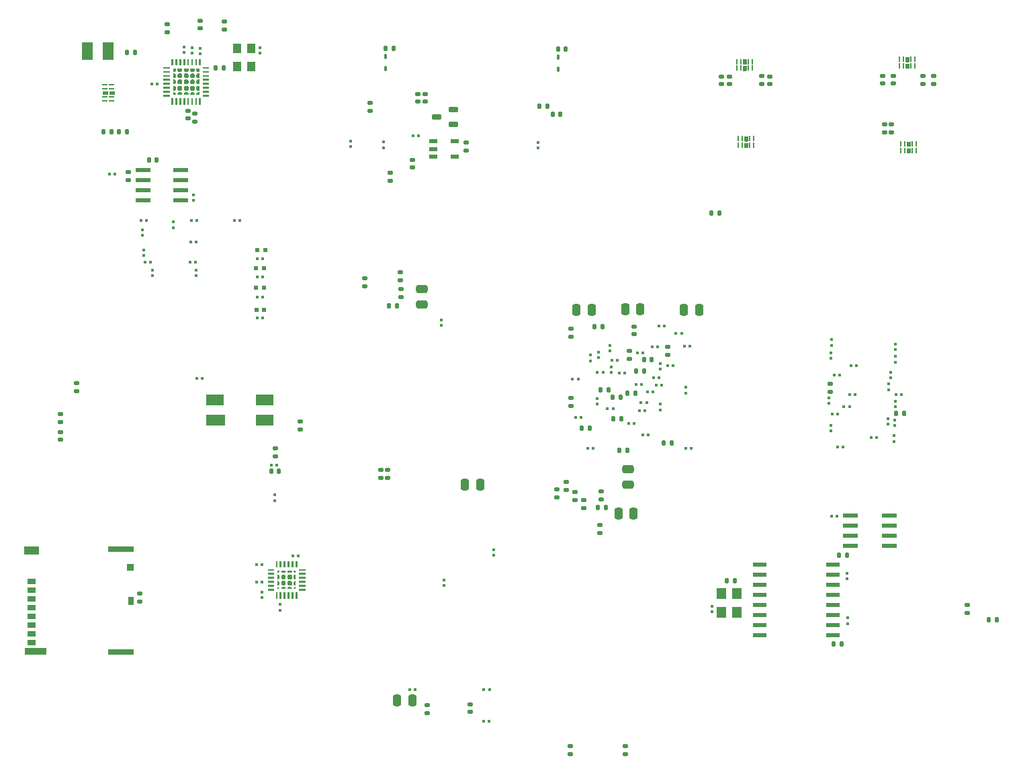
<source format=gbp>
G04 #@! TF.GenerationSoftware,KiCad,Pcbnew,8.0.8*
G04 #@! TF.CreationDate,2025-12-16T16:02:55-05:00*
G04 #@! TF.ProjectId,FPGA-BOARD,46504741-2d42-44f4-9152-442e6b696361,rev?*
G04 #@! TF.SameCoordinates,Original*
G04 #@! TF.FileFunction,Paste,Bot*
G04 #@! TF.FilePolarity,Positive*
%FSLAX46Y46*%
G04 Gerber Fmt 4.6, Leading zero omitted, Abs format (unit mm)*
G04 Created by KiCad (PCBNEW 8.0.8) date 2025-12-16 16:02:55*
%MOMM*%
%LPD*%
G01*
G04 APERTURE LIST*
G04 Aperture macros list*
%AMRoundRect*
0 Rectangle with rounded corners*
0 $1 Rounding radius*
0 $2 $3 $4 $5 $6 $7 $8 $9 X,Y pos of 4 corners*
0 Add a 4 corners polygon primitive as box body*
4,1,4,$2,$3,$4,$5,$6,$7,$8,$9,$2,$3,0*
0 Add four circle primitives for the rounded corners*
1,1,$1+$1,$2,$3*
1,1,$1+$1,$4,$5*
1,1,$1+$1,$6,$7*
1,1,$1+$1,$8,$9*
0 Add four rect primitives between the rounded corners*
20,1,$1+$1,$2,$3,$4,$5,0*
20,1,$1+$1,$4,$5,$6,$7,0*
20,1,$1+$1,$6,$7,$8,$9,0*
20,1,$1+$1,$8,$9,$2,$3,0*%
G04 Aperture macros list end*
%ADD10C,0.010000*%
%ADD11C,0.000000*%
%ADD12RoundRect,0.140000X0.140000X0.170000X-0.140000X0.170000X-0.140000X-0.170000X0.140000X-0.170000X0*%
%ADD13RoundRect,0.079500X-0.079500X-0.100500X0.079500X-0.100500X0.079500X0.100500X-0.079500X0.100500X0*%
%ADD14RoundRect,0.079500X-0.100500X0.079500X-0.100500X-0.079500X0.100500X-0.079500X0.100500X0.079500X0*%
%ADD15RoundRect,0.140000X-0.170000X0.140000X-0.170000X-0.140000X0.170000X-0.140000X0.170000X0.140000X0*%
%ADD16RoundRect,0.079500X0.079500X0.100500X-0.079500X0.100500X-0.079500X-0.100500X0.079500X-0.100500X0*%
%ADD17RoundRect,0.140000X-0.140000X-0.170000X0.140000X-0.170000X0.140000X0.170000X-0.140000X0.170000X0*%
%ADD18RoundRect,0.079500X0.100500X-0.079500X0.100500X0.079500X-0.100500X0.079500X-0.100500X-0.079500X0*%
%ADD19RoundRect,0.025000X-0.075000X0.257500X-0.075000X-0.257500X0.075000X-0.257500X0.075000X0.257500X0*%
%ADD20O,0.400000X0.630000*%
%ADD21RoundRect,0.140000X0.170000X-0.140000X0.170000X0.140000X-0.170000X0.140000X-0.170000X-0.140000X0*%
%ADD22R,0.600000X0.500000*%
%ADD23R,2.200000X1.400000*%
%ADD24R,2.400000X1.400000*%
%ADD25RoundRect,0.075000X0.540000X0.225000X-0.540000X0.225000X-0.540000X-0.225000X0.540000X-0.225000X0*%
%ADD26R,1.981200X0.558800*%
%ADD27R,1.765300X0.558800*%
%ADD28RoundRect,0.250000X-0.475000X0.250000X-0.475000X-0.250000X0.475000X-0.250000X0.475000X0.250000X0*%
%ADD29RoundRect,0.025000X-0.257500X-0.075000X0.257500X-0.075000X0.257500X0.075000X-0.257500X0.075000X0*%
%ADD30R,1.050000X1.300000*%
%ADD31R,1.100000X0.700000*%
%ADD32R,0.930000X0.900000*%
%ADD33R,0.780000X1.050000*%
%ADD34R,1.830000X1.140000*%
%ADD35R,2.800000X0.860000*%
%ADD36R,3.330000X0.700000*%
%ADD37RoundRect,0.025000X0.075000X-0.257500X0.075000X0.257500X-0.075000X0.257500X-0.075000X-0.257500X0*%
%ADD38RoundRect,0.250000X-0.250000X-0.475000X0.250000X-0.475000X0.250000X0.475000X-0.250000X0.475000X0*%
%ADD39R,1.200000X1.400000*%
%ADD40R,1.405349X2.299995*%
%ADD41RoundRect,0.250000X0.250000X0.475000X-0.250000X0.475000X-0.250000X-0.475000X0.250000X-0.475000X0*%
%ADD42R,1.028700X0.508000*%
G04 APERTURE END LIST*
D10*
X185688000Y-55243500D02*
X185690000Y-55243500D01*
X185693000Y-55244500D01*
X185695000Y-55244500D01*
X185698000Y-55245500D01*
X185700000Y-55246500D01*
X185703000Y-55247500D01*
X185705000Y-55249500D01*
X185707000Y-55250500D01*
X185709000Y-55252500D01*
X185711000Y-55253500D01*
X185713000Y-55255500D01*
X185715000Y-55257500D01*
X185717000Y-55259500D01*
X185719000Y-55261500D01*
X185720000Y-55263500D01*
X185722000Y-55265500D01*
X185723000Y-55267500D01*
X185725000Y-55269500D01*
X185726000Y-55272500D01*
X185727000Y-55274500D01*
X185728000Y-55277500D01*
X185728000Y-55279500D01*
X185729000Y-55282500D01*
X185729000Y-55284500D01*
X185730000Y-55287500D01*
X185730000Y-55289500D01*
X185730000Y-55292500D01*
X185730000Y-55757500D01*
X185730000Y-55760500D01*
X185730000Y-55762500D01*
X185729000Y-55765500D01*
X185729000Y-55767500D01*
X185728000Y-55770500D01*
X185728000Y-55772500D01*
X185727000Y-55775500D01*
X185726000Y-55777500D01*
X185725000Y-55780500D01*
X185723000Y-55782500D01*
X185722000Y-55784500D01*
X185720000Y-55786500D01*
X185719000Y-55788500D01*
X185717000Y-55790500D01*
X185715000Y-55792500D01*
X185713000Y-55794500D01*
X185711000Y-55796500D01*
X185709000Y-55797500D01*
X185707000Y-55799500D01*
X185705000Y-55800500D01*
X185703000Y-55802500D01*
X185700000Y-55803500D01*
X185698000Y-55804500D01*
X185695000Y-55805500D01*
X185693000Y-55805500D01*
X185690000Y-55806500D01*
X185688000Y-55806500D01*
X185685000Y-55807500D01*
X185683000Y-55807500D01*
X185680000Y-55807500D01*
X185420000Y-55807500D01*
X185417000Y-55807500D01*
X185415000Y-55807500D01*
X185412000Y-55806500D01*
X185410000Y-55806500D01*
X185407000Y-55805500D01*
X185405000Y-55805500D01*
X185402000Y-55804500D01*
X185400000Y-55803500D01*
X185397000Y-55802500D01*
X185395000Y-55800500D01*
X185393000Y-55799500D01*
X185391000Y-55797500D01*
X185389000Y-55796500D01*
X185387000Y-55794500D01*
X185385000Y-55792500D01*
X185383000Y-55790500D01*
X185381000Y-55788500D01*
X185380000Y-55786500D01*
X185378000Y-55784500D01*
X185377000Y-55782500D01*
X185375000Y-55780500D01*
X185374000Y-55777500D01*
X185373000Y-55775500D01*
X185372000Y-55772500D01*
X185372000Y-55770500D01*
X185371000Y-55767500D01*
X185371000Y-55765500D01*
X185370000Y-55762500D01*
X185370000Y-55760500D01*
X185370000Y-55757500D01*
X185370000Y-55292500D01*
X185370000Y-55289500D01*
X185370000Y-55287500D01*
X185371000Y-55284500D01*
X185371000Y-55282500D01*
X185372000Y-55279500D01*
X185372000Y-55277500D01*
X185373000Y-55274500D01*
X185374000Y-55272500D01*
X185375000Y-55269500D01*
X185377000Y-55267500D01*
X185378000Y-55265500D01*
X185380000Y-55263500D01*
X185381000Y-55261500D01*
X185383000Y-55259500D01*
X185385000Y-55257500D01*
X185387000Y-55255500D01*
X185389000Y-55253500D01*
X185391000Y-55252500D01*
X185393000Y-55250500D01*
X185395000Y-55249500D01*
X185397000Y-55247500D01*
X185400000Y-55246500D01*
X185402000Y-55245500D01*
X185405000Y-55244500D01*
X185407000Y-55244500D01*
X185410000Y-55243500D01*
X185412000Y-55243500D01*
X185415000Y-55242500D01*
X185417000Y-55242500D01*
X185420000Y-55242500D01*
X185680000Y-55242500D01*
X185683000Y-55242500D01*
X185685000Y-55242500D01*
X185688000Y-55243500D01*
G36*
X185688000Y-55243500D02*
G01*
X185690000Y-55243500D01*
X185693000Y-55244500D01*
X185695000Y-55244500D01*
X185698000Y-55245500D01*
X185700000Y-55246500D01*
X185703000Y-55247500D01*
X185705000Y-55249500D01*
X185707000Y-55250500D01*
X185709000Y-55252500D01*
X185711000Y-55253500D01*
X185713000Y-55255500D01*
X185715000Y-55257500D01*
X185717000Y-55259500D01*
X185719000Y-55261500D01*
X185720000Y-55263500D01*
X185722000Y-55265500D01*
X185723000Y-55267500D01*
X185725000Y-55269500D01*
X185726000Y-55272500D01*
X185727000Y-55274500D01*
X185728000Y-55277500D01*
X185728000Y-55279500D01*
X185729000Y-55282500D01*
X185729000Y-55284500D01*
X185730000Y-55287500D01*
X185730000Y-55289500D01*
X185730000Y-55292500D01*
X185730000Y-55757500D01*
X185730000Y-55760500D01*
X185730000Y-55762500D01*
X185729000Y-55765500D01*
X185729000Y-55767500D01*
X185728000Y-55770500D01*
X185728000Y-55772500D01*
X185727000Y-55775500D01*
X185726000Y-55777500D01*
X185725000Y-55780500D01*
X185723000Y-55782500D01*
X185722000Y-55784500D01*
X185720000Y-55786500D01*
X185719000Y-55788500D01*
X185717000Y-55790500D01*
X185715000Y-55792500D01*
X185713000Y-55794500D01*
X185711000Y-55796500D01*
X185709000Y-55797500D01*
X185707000Y-55799500D01*
X185705000Y-55800500D01*
X185703000Y-55802500D01*
X185700000Y-55803500D01*
X185698000Y-55804500D01*
X185695000Y-55805500D01*
X185693000Y-55805500D01*
X185690000Y-55806500D01*
X185688000Y-55806500D01*
X185685000Y-55807500D01*
X185683000Y-55807500D01*
X185680000Y-55807500D01*
X185420000Y-55807500D01*
X185417000Y-55807500D01*
X185415000Y-55807500D01*
X185412000Y-55806500D01*
X185410000Y-55806500D01*
X185407000Y-55805500D01*
X185405000Y-55805500D01*
X185402000Y-55804500D01*
X185400000Y-55803500D01*
X185397000Y-55802500D01*
X185395000Y-55800500D01*
X185393000Y-55799500D01*
X185391000Y-55797500D01*
X185389000Y-55796500D01*
X185387000Y-55794500D01*
X185385000Y-55792500D01*
X185383000Y-55790500D01*
X185381000Y-55788500D01*
X185380000Y-55786500D01*
X185378000Y-55784500D01*
X185377000Y-55782500D01*
X185375000Y-55780500D01*
X185374000Y-55777500D01*
X185373000Y-55775500D01*
X185372000Y-55772500D01*
X185372000Y-55770500D01*
X185371000Y-55767500D01*
X185371000Y-55765500D01*
X185370000Y-55762500D01*
X185370000Y-55760500D01*
X185370000Y-55757500D01*
X185370000Y-55292500D01*
X185370000Y-55289500D01*
X185370000Y-55287500D01*
X185371000Y-55284500D01*
X185371000Y-55282500D01*
X185372000Y-55279500D01*
X185372000Y-55277500D01*
X185373000Y-55274500D01*
X185374000Y-55272500D01*
X185375000Y-55269500D01*
X185377000Y-55267500D01*
X185378000Y-55265500D01*
X185380000Y-55263500D01*
X185381000Y-55261500D01*
X185383000Y-55259500D01*
X185385000Y-55257500D01*
X185387000Y-55255500D01*
X185389000Y-55253500D01*
X185391000Y-55252500D01*
X185393000Y-55250500D01*
X185395000Y-55249500D01*
X185397000Y-55247500D01*
X185400000Y-55246500D01*
X185402000Y-55245500D01*
X185405000Y-55244500D01*
X185407000Y-55244500D01*
X185410000Y-55243500D01*
X185412000Y-55243500D01*
X185415000Y-55242500D01*
X185417000Y-55242500D01*
X185420000Y-55242500D01*
X185680000Y-55242500D01*
X185683000Y-55242500D01*
X185685000Y-55242500D01*
X185688000Y-55243500D01*
G37*
X185688000Y-56078500D02*
X185690000Y-56078500D01*
X185693000Y-56079500D01*
X185695000Y-56079500D01*
X185698000Y-56080500D01*
X185700000Y-56081500D01*
X185703000Y-56082500D01*
X185705000Y-56084500D01*
X185707000Y-56085500D01*
X185709000Y-56087500D01*
X185711000Y-56088500D01*
X185713000Y-56090500D01*
X185715000Y-56092500D01*
X185717000Y-56094500D01*
X185719000Y-56096500D01*
X185720000Y-56098500D01*
X185722000Y-56100500D01*
X185723000Y-56102500D01*
X185725000Y-56104500D01*
X185726000Y-56107500D01*
X185727000Y-56109500D01*
X185728000Y-56112500D01*
X185728000Y-56114500D01*
X185729000Y-56117500D01*
X185729000Y-56119500D01*
X185730000Y-56122500D01*
X185730000Y-56124500D01*
X185730000Y-56127500D01*
X185730000Y-56592500D01*
X185730000Y-56595500D01*
X185730000Y-56597500D01*
X185729000Y-56600500D01*
X185729000Y-56602500D01*
X185728000Y-56605500D01*
X185728000Y-56607500D01*
X185727000Y-56610500D01*
X185726000Y-56612500D01*
X185725000Y-56615500D01*
X185723000Y-56617500D01*
X185722000Y-56619500D01*
X185720000Y-56621500D01*
X185719000Y-56623500D01*
X185717000Y-56625500D01*
X185715000Y-56627500D01*
X185713000Y-56629500D01*
X185711000Y-56631500D01*
X185709000Y-56632500D01*
X185707000Y-56634500D01*
X185705000Y-56635500D01*
X185703000Y-56637500D01*
X185700000Y-56638500D01*
X185698000Y-56639500D01*
X185695000Y-56640500D01*
X185693000Y-56640500D01*
X185690000Y-56641500D01*
X185688000Y-56641500D01*
X185685000Y-56642500D01*
X185683000Y-56642500D01*
X185680000Y-56642500D01*
X185420000Y-56642500D01*
X185417000Y-56642500D01*
X185415000Y-56642500D01*
X185412000Y-56641500D01*
X185410000Y-56641500D01*
X185407000Y-56640500D01*
X185405000Y-56640500D01*
X185402000Y-56639500D01*
X185400000Y-56638500D01*
X185397000Y-56637500D01*
X185395000Y-56635500D01*
X185393000Y-56634500D01*
X185391000Y-56632500D01*
X185389000Y-56631500D01*
X185387000Y-56629500D01*
X185385000Y-56627500D01*
X185383000Y-56625500D01*
X185381000Y-56623500D01*
X185380000Y-56621500D01*
X185378000Y-56619500D01*
X185377000Y-56617500D01*
X185375000Y-56615500D01*
X185374000Y-56612500D01*
X185373000Y-56610500D01*
X185372000Y-56607500D01*
X185372000Y-56605500D01*
X185371000Y-56602500D01*
X185371000Y-56600500D01*
X185370000Y-56597500D01*
X185370000Y-56595500D01*
X185370000Y-56592500D01*
X185370000Y-56127500D01*
X185370000Y-56124500D01*
X185370000Y-56122500D01*
X185371000Y-56119500D01*
X185371000Y-56117500D01*
X185372000Y-56114500D01*
X185372000Y-56112500D01*
X185373000Y-56109500D01*
X185374000Y-56107500D01*
X185375000Y-56104500D01*
X185377000Y-56102500D01*
X185378000Y-56100500D01*
X185380000Y-56098500D01*
X185381000Y-56096500D01*
X185383000Y-56094500D01*
X185385000Y-56092500D01*
X185387000Y-56090500D01*
X185389000Y-56088500D01*
X185391000Y-56087500D01*
X185393000Y-56085500D01*
X185395000Y-56084500D01*
X185397000Y-56082500D01*
X185400000Y-56081500D01*
X185402000Y-56080500D01*
X185405000Y-56079500D01*
X185407000Y-56079500D01*
X185410000Y-56078500D01*
X185412000Y-56078500D01*
X185415000Y-56077500D01*
X185417000Y-56077500D01*
X185420000Y-56077500D01*
X185680000Y-56077500D01*
X185683000Y-56077500D01*
X185685000Y-56077500D01*
X185688000Y-56078500D01*
G36*
X185688000Y-56078500D02*
G01*
X185690000Y-56078500D01*
X185693000Y-56079500D01*
X185695000Y-56079500D01*
X185698000Y-56080500D01*
X185700000Y-56081500D01*
X185703000Y-56082500D01*
X185705000Y-56084500D01*
X185707000Y-56085500D01*
X185709000Y-56087500D01*
X185711000Y-56088500D01*
X185713000Y-56090500D01*
X185715000Y-56092500D01*
X185717000Y-56094500D01*
X185719000Y-56096500D01*
X185720000Y-56098500D01*
X185722000Y-56100500D01*
X185723000Y-56102500D01*
X185725000Y-56104500D01*
X185726000Y-56107500D01*
X185727000Y-56109500D01*
X185728000Y-56112500D01*
X185728000Y-56114500D01*
X185729000Y-56117500D01*
X185729000Y-56119500D01*
X185730000Y-56122500D01*
X185730000Y-56124500D01*
X185730000Y-56127500D01*
X185730000Y-56592500D01*
X185730000Y-56595500D01*
X185730000Y-56597500D01*
X185729000Y-56600500D01*
X185729000Y-56602500D01*
X185728000Y-56605500D01*
X185728000Y-56607500D01*
X185727000Y-56610500D01*
X185726000Y-56612500D01*
X185725000Y-56615500D01*
X185723000Y-56617500D01*
X185722000Y-56619500D01*
X185720000Y-56621500D01*
X185719000Y-56623500D01*
X185717000Y-56625500D01*
X185715000Y-56627500D01*
X185713000Y-56629500D01*
X185711000Y-56631500D01*
X185709000Y-56632500D01*
X185707000Y-56634500D01*
X185705000Y-56635500D01*
X185703000Y-56637500D01*
X185700000Y-56638500D01*
X185698000Y-56639500D01*
X185695000Y-56640500D01*
X185693000Y-56640500D01*
X185690000Y-56641500D01*
X185688000Y-56641500D01*
X185685000Y-56642500D01*
X185683000Y-56642500D01*
X185680000Y-56642500D01*
X185420000Y-56642500D01*
X185417000Y-56642500D01*
X185415000Y-56642500D01*
X185412000Y-56641500D01*
X185410000Y-56641500D01*
X185407000Y-56640500D01*
X185405000Y-56640500D01*
X185402000Y-56639500D01*
X185400000Y-56638500D01*
X185397000Y-56637500D01*
X185395000Y-56635500D01*
X185393000Y-56634500D01*
X185391000Y-56632500D01*
X185389000Y-56631500D01*
X185387000Y-56629500D01*
X185385000Y-56627500D01*
X185383000Y-56625500D01*
X185381000Y-56623500D01*
X185380000Y-56621500D01*
X185378000Y-56619500D01*
X185377000Y-56617500D01*
X185375000Y-56615500D01*
X185374000Y-56612500D01*
X185373000Y-56610500D01*
X185372000Y-56607500D01*
X185372000Y-56605500D01*
X185371000Y-56602500D01*
X185371000Y-56600500D01*
X185370000Y-56597500D01*
X185370000Y-56595500D01*
X185370000Y-56592500D01*
X185370000Y-56127500D01*
X185370000Y-56124500D01*
X185370000Y-56122500D01*
X185371000Y-56119500D01*
X185371000Y-56117500D01*
X185372000Y-56114500D01*
X185372000Y-56112500D01*
X185373000Y-56109500D01*
X185374000Y-56107500D01*
X185375000Y-56104500D01*
X185377000Y-56102500D01*
X185378000Y-56100500D01*
X185380000Y-56098500D01*
X185381000Y-56096500D01*
X185383000Y-56094500D01*
X185385000Y-56092500D01*
X185387000Y-56090500D01*
X185389000Y-56088500D01*
X185391000Y-56087500D01*
X185393000Y-56085500D01*
X185395000Y-56084500D01*
X185397000Y-56082500D01*
X185400000Y-56081500D01*
X185402000Y-56080500D01*
X185405000Y-56079500D01*
X185407000Y-56079500D01*
X185410000Y-56078500D01*
X185412000Y-56078500D01*
X185415000Y-56077500D01*
X185417000Y-56077500D01*
X185420000Y-56077500D01*
X185680000Y-56077500D01*
X185683000Y-56077500D01*
X185685000Y-56077500D01*
X185688000Y-56078500D01*
G37*
X185858000Y-65901000D02*
X185860000Y-65901000D01*
X185863000Y-65902000D01*
X185865000Y-65902000D01*
X185868000Y-65903000D01*
X185870000Y-65904000D01*
X185873000Y-65905000D01*
X185875000Y-65907000D01*
X185877000Y-65908000D01*
X185879000Y-65910000D01*
X185881000Y-65911000D01*
X185883000Y-65913000D01*
X185885000Y-65915000D01*
X185887000Y-65917000D01*
X185889000Y-65919000D01*
X185890000Y-65921000D01*
X185892000Y-65923000D01*
X185893000Y-65925000D01*
X185895000Y-65927000D01*
X185896000Y-65930000D01*
X185897000Y-65932000D01*
X185898000Y-65935000D01*
X185898000Y-65937000D01*
X185899000Y-65940000D01*
X185899000Y-65942000D01*
X185900000Y-65945000D01*
X185900000Y-65947000D01*
X185900000Y-65950000D01*
X185900000Y-66415000D01*
X185900000Y-66418000D01*
X185900000Y-66420000D01*
X185899000Y-66423000D01*
X185899000Y-66425000D01*
X185898000Y-66428000D01*
X185898000Y-66430000D01*
X185897000Y-66433000D01*
X185896000Y-66435000D01*
X185895000Y-66438000D01*
X185893000Y-66440000D01*
X185892000Y-66442000D01*
X185890000Y-66444000D01*
X185889000Y-66446000D01*
X185887000Y-66448000D01*
X185885000Y-66450000D01*
X185883000Y-66452000D01*
X185881000Y-66454000D01*
X185879000Y-66455000D01*
X185877000Y-66457000D01*
X185875000Y-66458000D01*
X185873000Y-66460000D01*
X185870000Y-66461000D01*
X185868000Y-66462000D01*
X185865000Y-66463000D01*
X185863000Y-66463000D01*
X185860000Y-66464000D01*
X185858000Y-66464000D01*
X185855000Y-66465000D01*
X185853000Y-66465000D01*
X185850000Y-66465000D01*
X185590000Y-66465000D01*
X185587000Y-66465000D01*
X185585000Y-66465000D01*
X185582000Y-66464000D01*
X185580000Y-66464000D01*
X185577000Y-66463000D01*
X185575000Y-66463000D01*
X185572000Y-66462000D01*
X185570000Y-66461000D01*
X185567000Y-66460000D01*
X185565000Y-66458000D01*
X185563000Y-66457000D01*
X185561000Y-66455000D01*
X185559000Y-66454000D01*
X185557000Y-66452000D01*
X185555000Y-66450000D01*
X185553000Y-66448000D01*
X185551000Y-66446000D01*
X185550000Y-66444000D01*
X185548000Y-66442000D01*
X185547000Y-66440000D01*
X185545000Y-66438000D01*
X185544000Y-66435000D01*
X185543000Y-66433000D01*
X185542000Y-66430000D01*
X185542000Y-66428000D01*
X185541000Y-66425000D01*
X185541000Y-66423000D01*
X185540000Y-66420000D01*
X185540000Y-66418000D01*
X185540000Y-66415000D01*
X185540000Y-65950000D01*
X185540000Y-65947000D01*
X185540000Y-65945000D01*
X185541000Y-65942000D01*
X185541000Y-65940000D01*
X185542000Y-65937000D01*
X185542000Y-65935000D01*
X185543000Y-65932000D01*
X185544000Y-65930000D01*
X185545000Y-65927000D01*
X185547000Y-65925000D01*
X185548000Y-65923000D01*
X185550000Y-65921000D01*
X185551000Y-65919000D01*
X185553000Y-65917000D01*
X185555000Y-65915000D01*
X185557000Y-65913000D01*
X185559000Y-65911000D01*
X185561000Y-65910000D01*
X185563000Y-65908000D01*
X185565000Y-65907000D01*
X185567000Y-65905000D01*
X185570000Y-65904000D01*
X185572000Y-65903000D01*
X185575000Y-65902000D01*
X185577000Y-65902000D01*
X185580000Y-65901000D01*
X185582000Y-65901000D01*
X185585000Y-65900000D01*
X185587000Y-65900000D01*
X185590000Y-65900000D01*
X185850000Y-65900000D01*
X185853000Y-65900000D01*
X185855000Y-65900000D01*
X185858000Y-65901000D01*
G36*
X185858000Y-65901000D02*
G01*
X185860000Y-65901000D01*
X185863000Y-65902000D01*
X185865000Y-65902000D01*
X185868000Y-65903000D01*
X185870000Y-65904000D01*
X185873000Y-65905000D01*
X185875000Y-65907000D01*
X185877000Y-65908000D01*
X185879000Y-65910000D01*
X185881000Y-65911000D01*
X185883000Y-65913000D01*
X185885000Y-65915000D01*
X185887000Y-65917000D01*
X185889000Y-65919000D01*
X185890000Y-65921000D01*
X185892000Y-65923000D01*
X185893000Y-65925000D01*
X185895000Y-65927000D01*
X185896000Y-65930000D01*
X185897000Y-65932000D01*
X185898000Y-65935000D01*
X185898000Y-65937000D01*
X185899000Y-65940000D01*
X185899000Y-65942000D01*
X185900000Y-65945000D01*
X185900000Y-65947000D01*
X185900000Y-65950000D01*
X185900000Y-66415000D01*
X185900000Y-66418000D01*
X185900000Y-66420000D01*
X185899000Y-66423000D01*
X185899000Y-66425000D01*
X185898000Y-66428000D01*
X185898000Y-66430000D01*
X185897000Y-66433000D01*
X185896000Y-66435000D01*
X185895000Y-66438000D01*
X185893000Y-66440000D01*
X185892000Y-66442000D01*
X185890000Y-66444000D01*
X185889000Y-66446000D01*
X185887000Y-66448000D01*
X185885000Y-66450000D01*
X185883000Y-66452000D01*
X185881000Y-66454000D01*
X185879000Y-66455000D01*
X185877000Y-66457000D01*
X185875000Y-66458000D01*
X185873000Y-66460000D01*
X185870000Y-66461000D01*
X185868000Y-66462000D01*
X185865000Y-66463000D01*
X185863000Y-66463000D01*
X185860000Y-66464000D01*
X185858000Y-66464000D01*
X185855000Y-66465000D01*
X185853000Y-66465000D01*
X185850000Y-66465000D01*
X185590000Y-66465000D01*
X185587000Y-66465000D01*
X185585000Y-66465000D01*
X185582000Y-66464000D01*
X185580000Y-66464000D01*
X185577000Y-66463000D01*
X185575000Y-66463000D01*
X185572000Y-66462000D01*
X185570000Y-66461000D01*
X185567000Y-66460000D01*
X185565000Y-66458000D01*
X185563000Y-66457000D01*
X185561000Y-66455000D01*
X185559000Y-66454000D01*
X185557000Y-66452000D01*
X185555000Y-66450000D01*
X185553000Y-66448000D01*
X185551000Y-66446000D01*
X185550000Y-66444000D01*
X185548000Y-66442000D01*
X185547000Y-66440000D01*
X185545000Y-66438000D01*
X185544000Y-66435000D01*
X185543000Y-66433000D01*
X185542000Y-66430000D01*
X185542000Y-66428000D01*
X185541000Y-66425000D01*
X185541000Y-66423000D01*
X185540000Y-66420000D01*
X185540000Y-66418000D01*
X185540000Y-66415000D01*
X185540000Y-65950000D01*
X185540000Y-65947000D01*
X185540000Y-65945000D01*
X185541000Y-65942000D01*
X185541000Y-65940000D01*
X185542000Y-65937000D01*
X185542000Y-65935000D01*
X185543000Y-65932000D01*
X185544000Y-65930000D01*
X185545000Y-65927000D01*
X185547000Y-65925000D01*
X185548000Y-65923000D01*
X185550000Y-65921000D01*
X185551000Y-65919000D01*
X185553000Y-65917000D01*
X185555000Y-65915000D01*
X185557000Y-65913000D01*
X185559000Y-65911000D01*
X185561000Y-65910000D01*
X185563000Y-65908000D01*
X185565000Y-65907000D01*
X185567000Y-65905000D01*
X185570000Y-65904000D01*
X185572000Y-65903000D01*
X185575000Y-65902000D01*
X185577000Y-65902000D01*
X185580000Y-65901000D01*
X185582000Y-65901000D01*
X185585000Y-65900000D01*
X185587000Y-65900000D01*
X185590000Y-65900000D01*
X185850000Y-65900000D01*
X185853000Y-65900000D01*
X185855000Y-65900000D01*
X185858000Y-65901000D01*
G37*
X185858000Y-66736000D02*
X185860000Y-66736000D01*
X185863000Y-66737000D01*
X185865000Y-66737000D01*
X185868000Y-66738000D01*
X185870000Y-66739000D01*
X185873000Y-66740000D01*
X185875000Y-66742000D01*
X185877000Y-66743000D01*
X185879000Y-66745000D01*
X185881000Y-66746000D01*
X185883000Y-66748000D01*
X185885000Y-66750000D01*
X185887000Y-66752000D01*
X185889000Y-66754000D01*
X185890000Y-66756000D01*
X185892000Y-66758000D01*
X185893000Y-66760000D01*
X185895000Y-66762000D01*
X185896000Y-66765000D01*
X185897000Y-66767000D01*
X185898000Y-66770000D01*
X185898000Y-66772000D01*
X185899000Y-66775000D01*
X185899000Y-66777000D01*
X185900000Y-66780000D01*
X185900000Y-66782000D01*
X185900000Y-66785000D01*
X185900000Y-67250000D01*
X185900000Y-67253000D01*
X185900000Y-67255000D01*
X185899000Y-67258000D01*
X185899000Y-67260000D01*
X185898000Y-67263000D01*
X185898000Y-67265000D01*
X185897000Y-67268000D01*
X185896000Y-67270000D01*
X185895000Y-67273000D01*
X185893000Y-67275000D01*
X185892000Y-67277000D01*
X185890000Y-67279000D01*
X185889000Y-67281000D01*
X185887000Y-67283000D01*
X185885000Y-67285000D01*
X185883000Y-67287000D01*
X185881000Y-67289000D01*
X185879000Y-67290000D01*
X185877000Y-67292000D01*
X185875000Y-67293000D01*
X185873000Y-67295000D01*
X185870000Y-67296000D01*
X185868000Y-67297000D01*
X185865000Y-67298000D01*
X185863000Y-67298000D01*
X185860000Y-67299000D01*
X185858000Y-67299000D01*
X185855000Y-67300000D01*
X185853000Y-67300000D01*
X185850000Y-67300000D01*
X185590000Y-67300000D01*
X185587000Y-67300000D01*
X185585000Y-67300000D01*
X185582000Y-67299000D01*
X185580000Y-67299000D01*
X185577000Y-67298000D01*
X185575000Y-67298000D01*
X185572000Y-67297000D01*
X185570000Y-67296000D01*
X185567000Y-67295000D01*
X185565000Y-67293000D01*
X185563000Y-67292000D01*
X185561000Y-67290000D01*
X185559000Y-67289000D01*
X185557000Y-67287000D01*
X185555000Y-67285000D01*
X185553000Y-67283000D01*
X185551000Y-67281000D01*
X185550000Y-67279000D01*
X185548000Y-67277000D01*
X185547000Y-67275000D01*
X185545000Y-67273000D01*
X185544000Y-67270000D01*
X185543000Y-67268000D01*
X185542000Y-67265000D01*
X185542000Y-67263000D01*
X185541000Y-67260000D01*
X185541000Y-67258000D01*
X185540000Y-67255000D01*
X185540000Y-67253000D01*
X185540000Y-67250000D01*
X185540000Y-66785000D01*
X185540000Y-66782000D01*
X185540000Y-66780000D01*
X185541000Y-66777000D01*
X185541000Y-66775000D01*
X185542000Y-66772000D01*
X185542000Y-66770000D01*
X185543000Y-66767000D01*
X185544000Y-66765000D01*
X185545000Y-66762000D01*
X185547000Y-66760000D01*
X185548000Y-66758000D01*
X185550000Y-66756000D01*
X185551000Y-66754000D01*
X185553000Y-66752000D01*
X185555000Y-66750000D01*
X185557000Y-66748000D01*
X185559000Y-66746000D01*
X185561000Y-66745000D01*
X185563000Y-66743000D01*
X185565000Y-66742000D01*
X185567000Y-66740000D01*
X185570000Y-66739000D01*
X185572000Y-66738000D01*
X185575000Y-66737000D01*
X185577000Y-66737000D01*
X185580000Y-66736000D01*
X185582000Y-66736000D01*
X185585000Y-66735000D01*
X185587000Y-66735000D01*
X185590000Y-66735000D01*
X185850000Y-66735000D01*
X185853000Y-66735000D01*
X185855000Y-66735000D01*
X185858000Y-66736000D01*
G36*
X185858000Y-66736000D02*
G01*
X185860000Y-66736000D01*
X185863000Y-66737000D01*
X185865000Y-66737000D01*
X185868000Y-66738000D01*
X185870000Y-66739000D01*
X185873000Y-66740000D01*
X185875000Y-66742000D01*
X185877000Y-66743000D01*
X185879000Y-66745000D01*
X185881000Y-66746000D01*
X185883000Y-66748000D01*
X185885000Y-66750000D01*
X185887000Y-66752000D01*
X185889000Y-66754000D01*
X185890000Y-66756000D01*
X185892000Y-66758000D01*
X185893000Y-66760000D01*
X185895000Y-66762000D01*
X185896000Y-66765000D01*
X185897000Y-66767000D01*
X185898000Y-66770000D01*
X185898000Y-66772000D01*
X185899000Y-66775000D01*
X185899000Y-66777000D01*
X185900000Y-66780000D01*
X185900000Y-66782000D01*
X185900000Y-66785000D01*
X185900000Y-67250000D01*
X185900000Y-67253000D01*
X185900000Y-67255000D01*
X185899000Y-67258000D01*
X185899000Y-67260000D01*
X185898000Y-67263000D01*
X185898000Y-67265000D01*
X185897000Y-67268000D01*
X185896000Y-67270000D01*
X185895000Y-67273000D01*
X185893000Y-67275000D01*
X185892000Y-67277000D01*
X185890000Y-67279000D01*
X185889000Y-67281000D01*
X185887000Y-67283000D01*
X185885000Y-67285000D01*
X185883000Y-67287000D01*
X185881000Y-67289000D01*
X185879000Y-67290000D01*
X185877000Y-67292000D01*
X185875000Y-67293000D01*
X185873000Y-67295000D01*
X185870000Y-67296000D01*
X185868000Y-67297000D01*
X185865000Y-67298000D01*
X185863000Y-67298000D01*
X185860000Y-67299000D01*
X185858000Y-67299000D01*
X185855000Y-67300000D01*
X185853000Y-67300000D01*
X185850000Y-67300000D01*
X185590000Y-67300000D01*
X185587000Y-67300000D01*
X185585000Y-67300000D01*
X185582000Y-67299000D01*
X185580000Y-67299000D01*
X185577000Y-67298000D01*
X185575000Y-67298000D01*
X185572000Y-67297000D01*
X185570000Y-67296000D01*
X185567000Y-67295000D01*
X185565000Y-67293000D01*
X185563000Y-67292000D01*
X185561000Y-67290000D01*
X185559000Y-67289000D01*
X185557000Y-67287000D01*
X185555000Y-67285000D01*
X185553000Y-67283000D01*
X185551000Y-67281000D01*
X185550000Y-67279000D01*
X185548000Y-67277000D01*
X185547000Y-67275000D01*
X185545000Y-67273000D01*
X185544000Y-67270000D01*
X185543000Y-67268000D01*
X185542000Y-67265000D01*
X185542000Y-67263000D01*
X185541000Y-67260000D01*
X185541000Y-67258000D01*
X185540000Y-67255000D01*
X185540000Y-67253000D01*
X185540000Y-67250000D01*
X185540000Y-66785000D01*
X185540000Y-66782000D01*
X185540000Y-66780000D01*
X185541000Y-66777000D01*
X185541000Y-66775000D01*
X185542000Y-66772000D01*
X185542000Y-66770000D01*
X185543000Y-66767000D01*
X185544000Y-66765000D01*
X185545000Y-66762000D01*
X185547000Y-66760000D01*
X185548000Y-66758000D01*
X185550000Y-66756000D01*
X185551000Y-66754000D01*
X185553000Y-66752000D01*
X185555000Y-66750000D01*
X185557000Y-66748000D01*
X185559000Y-66746000D01*
X185561000Y-66745000D01*
X185563000Y-66743000D01*
X185565000Y-66742000D01*
X185567000Y-66740000D01*
X185570000Y-66739000D01*
X185572000Y-66738000D01*
X185575000Y-66737000D01*
X185577000Y-66737000D01*
X185580000Y-66736000D01*
X185582000Y-66736000D01*
X185585000Y-66735000D01*
X185587000Y-66735000D01*
X185590000Y-66735000D01*
X185850000Y-66735000D01*
X185853000Y-66735000D01*
X185855000Y-66735000D01*
X185858000Y-66736000D01*
G37*
D11*
G36*
X105749999Y-119964623D02*
G01*
X104950001Y-119964623D01*
X104950001Y-119734621D01*
X105749999Y-119734621D01*
X105749999Y-119964623D01*
G37*
G36*
X105749999Y-120464749D02*
G01*
X104950001Y-120464749D01*
X104950001Y-120234747D01*
X105749999Y-120234747D01*
X105749999Y-120464749D01*
G37*
G36*
X105749999Y-120964875D02*
G01*
X104950001Y-120964875D01*
X104950001Y-120734873D01*
X105749999Y-120734873D01*
X105749999Y-120964875D01*
G37*
G36*
X105749999Y-121465001D02*
G01*
X104950001Y-121465001D01*
X104950001Y-121234999D01*
X105749999Y-121234999D01*
X105749999Y-121465001D01*
G37*
G36*
X105749999Y-121965127D02*
G01*
X104950001Y-121965127D01*
X104950001Y-121735125D01*
X105749999Y-121735125D01*
X105749999Y-121965127D01*
G37*
G36*
X105749999Y-122465253D02*
G01*
X104950001Y-122465253D01*
X104950001Y-122235251D01*
X105749999Y-122235251D01*
X105749999Y-122465253D01*
G37*
G36*
X106190001Y-119524936D02*
G01*
X105959999Y-119524936D01*
X105959999Y-118724938D01*
X106190001Y-118724938D01*
X106190001Y-119524936D01*
G37*
G36*
X106190001Y-123474936D02*
G01*
X105959999Y-123474936D01*
X105959999Y-122674938D01*
X106190001Y-122674938D01*
X106190001Y-123474936D01*
G37*
G36*
X106690000Y-119524936D02*
G01*
X106460000Y-119524936D01*
X106460000Y-118724938D01*
X106690000Y-118724938D01*
X106690000Y-119524936D01*
G37*
G36*
X106690000Y-123474936D02*
G01*
X106460000Y-123474936D01*
X106460000Y-122674938D01*
X106690000Y-122674938D01*
X106690000Y-123474936D01*
G37*
G36*
X107189999Y-119524936D02*
G01*
X106959999Y-119524936D01*
X106959999Y-118724938D01*
X107189999Y-118724938D01*
X107189999Y-119524936D01*
G37*
G36*
X107189999Y-123474936D02*
G01*
X106959999Y-123474936D01*
X106959999Y-122674938D01*
X107189999Y-122674938D01*
X107189999Y-123474936D01*
G37*
G36*
X107690001Y-119524936D02*
G01*
X107460001Y-119524936D01*
X107460001Y-118724938D01*
X107690001Y-118724938D01*
X107690001Y-119524936D01*
G37*
G36*
X107690001Y-123474936D02*
G01*
X107460001Y-123474936D01*
X107460001Y-122674938D01*
X107690001Y-122674938D01*
X107690001Y-123474936D01*
G37*
G36*
X108190000Y-119524936D02*
G01*
X107960000Y-119524936D01*
X107960000Y-118724938D01*
X108190000Y-118724938D01*
X108190000Y-119524936D01*
G37*
G36*
X108190000Y-123474936D02*
G01*
X107960000Y-123474936D01*
X107960000Y-122674938D01*
X108190000Y-122674938D01*
X108190000Y-123474936D01*
G37*
G36*
X108690001Y-119524936D02*
G01*
X108459999Y-119524936D01*
X108459999Y-118724938D01*
X108690001Y-118724938D01*
X108690001Y-119524936D01*
G37*
G36*
X108690001Y-123474936D02*
G01*
X108459999Y-123474936D01*
X108459999Y-122674938D01*
X108690001Y-122674938D01*
X108690001Y-123474936D01*
G37*
G36*
X109699999Y-119964623D02*
G01*
X108900001Y-119964623D01*
X108900001Y-119734621D01*
X109699999Y-119734621D01*
X109699999Y-119964623D01*
G37*
G36*
X109699999Y-120464749D02*
G01*
X108900001Y-120464749D01*
X108900001Y-120234747D01*
X109699999Y-120234747D01*
X109699999Y-120464749D01*
G37*
G36*
X109699999Y-120964875D02*
G01*
X108900001Y-120964875D01*
X108900001Y-120734873D01*
X109699999Y-120734873D01*
X109699999Y-120964875D01*
G37*
G36*
X109699999Y-121465001D02*
G01*
X108900001Y-121465001D01*
X108900001Y-121234999D01*
X109699999Y-121234999D01*
X109699999Y-121465001D01*
G37*
G36*
X109699999Y-121965127D02*
G01*
X108900001Y-121965127D01*
X108900001Y-121735125D01*
X109699999Y-121735125D01*
X109699999Y-121965127D01*
G37*
G36*
X109699999Y-122465253D02*
G01*
X108900001Y-122465253D01*
X108900001Y-122235251D01*
X109699999Y-122235251D01*
X109699999Y-122465253D01*
G37*
G36*
X106437600Y-120071116D02*
G01*
X106296179Y-120212537D01*
X106174930Y-120212537D01*
X106174930Y-119949867D01*
X106437600Y-119949867D01*
X106437600Y-120071116D01*
G37*
G36*
X106437600Y-122128758D02*
G01*
X106437600Y-122250007D01*
X106174930Y-122250007D01*
X106174930Y-121987337D01*
X106296179Y-121987337D01*
X106437600Y-122128758D01*
G37*
G36*
X108475070Y-120212537D02*
G01*
X108353821Y-120212537D01*
X108212400Y-120071116D01*
X108212400Y-119949867D01*
X108475070Y-119949867D01*
X108475070Y-120212537D01*
G37*
G36*
X108475070Y-122250007D02*
G01*
X108212400Y-122250007D01*
X108212400Y-122128758D01*
X108353821Y-121987337D01*
X108475070Y-121987337D01*
X108475070Y-122250007D01*
G37*
G36*
X106437600Y-120553958D02*
G01*
X106437600Y-120858516D01*
X106296179Y-120999937D01*
X106174930Y-120999937D01*
X106174930Y-120412537D01*
X106296179Y-120412537D01*
X106437600Y-120553958D01*
G37*
G36*
X106437600Y-121341358D02*
G01*
X106437600Y-121645916D01*
X106296179Y-121787337D01*
X106174930Y-121787337D01*
X106174930Y-121199937D01*
X106296179Y-121199937D01*
X106437600Y-121341358D01*
G37*
G36*
X107225000Y-120071116D02*
G01*
X107083579Y-120212537D01*
X106779021Y-120212537D01*
X106637600Y-120071116D01*
X106637600Y-119949867D01*
X107225000Y-119949867D01*
X107225000Y-120071116D01*
G37*
G36*
X107225000Y-122128758D02*
G01*
X107225000Y-122250007D01*
X106637600Y-122250007D01*
X106637600Y-122128758D01*
X106779021Y-121987337D01*
X107083579Y-121987337D01*
X107225000Y-122128758D01*
G37*
G36*
X108012400Y-120071116D02*
G01*
X107870979Y-120212537D01*
X107566421Y-120212537D01*
X107425000Y-120071116D01*
X107425000Y-119949867D01*
X108012400Y-119949867D01*
X108012400Y-120071116D01*
G37*
G36*
X108012400Y-122128758D02*
G01*
X108012400Y-122250007D01*
X107425000Y-122250007D01*
X107425000Y-122128758D01*
X107566421Y-121987337D01*
X107870979Y-121987337D01*
X108012400Y-122128758D01*
G37*
G36*
X108475070Y-120999937D02*
G01*
X108353821Y-120999937D01*
X108212400Y-120858516D01*
X108212400Y-120553958D01*
X108353821Y-120412537D01*
X108475070Y-120412537D01*
X108475070Y-120999937D01*
G37*
G36*
X108475070Y-121787337D02*
G01*
X108353821Y-121787337D01*
X108212400Y-121645916D01*
X108212400Y-121341358D01*
X108353821Y-121199937D01*
X108475070Y-121199937D01*
X108475070Y-121787337D01*
G37*
G36*
X107225000Y-120553958D02*
G01*
X107225000Y-120858516D01*
X107083579Y-120999937D01*
X106779021Y-120999937D01*
X106637600Y-120858516D01*
X106637600Y-120553958D01*
X106779021Y-120412537D01*
X107083579Y-120412537D01*
X107225000Y-120553958D01*
G37*
G36*
X107225000Y-121341358D02*
G01*
X107225000Y-121645916D01*
X107083579Y-121787337D01*
X106779021Y-121787337D01*
X106637600Y-121645916D01*
X106637600Y-121341358D01*
X106779021Y-121199937D01*
X107083579Y-121199937D01*
X107225000Y-121341358D01*
G37*
G36*
X108012400Y-120553958D02*
G01*
X108012400Y-120858516D01*
X107870979Y-120999937D01*
X107566421Y-120999937D01*
X107425000Y-120858516D01*
X107425000Y-120553958D01*
X107566421Y-120412537D01*
X107870979Y-120412537D01*
X108012400Y-120553958D01*
G37*
G36*
X108012400Y-121341358D02*
G01*
X108012400Y-121645916D01*
X107870979Y-121787337D01*
X107566421Y-121787337D01*
X107425000Y-121645916D01*
X107425000Y-121341358D01*
X107566421Y-121199937D01*
X107870979Y-121199937D01*
X108012400Y-121341358D01*
G37*
D10*
X84680500Y-59581000D02*
X84682500Y-59581000D01*
X84685500Y-59582000D01*
X84687500Y-59582000D01*
X84690500Y-59583000D01*
X84692500Y-59584000D01*
X84695500Y-59585000D01*
X84697500Y-59587000D01*
X84699500Y-59588000D01*
X84701500Y-59590000D01*
X84703500Y-59591000D01*
X84705500Y-59593000D01*
X84707500Y-59595000D01*
X84709500Y-59597000D01*
X84711500Y-59599000D01*
X84712500Y-59601000D01*
X84714500Y-59603000D01*
X84715500Y-59605000D01*
X84717500Y-59607000D01*
X84718500Y-59610000D01*
X84719500Y-59612000D01*
X84720500Y-59615000D01*
X84720500Y-59617000D01*
X84721500Y-59620000D01*
X84721500Y-59622000D01*
X84722500Y-59625000D01*
X84722500Y-59627000D01*
X84722500Y-59630000D01*
X84722500Y-59890000D01*
X84722500Y-59893000D01*
X84722500Y-59895000D01*
X84721500Y-59898000D01*
X84721500Y-59900000D01*
X84720500Y-59903000D01*
X84720500Y-59905000D01*
X84719500Y-59908000D01*
X84718500Y-59910000D01*
X84717500Y-59913000D01*
X84715500Y-59915000D01*
X84714500Y-59917000D01*
X84712500Y-59919000D01*
X84711500Y-59921000D01*
X84709500Y-59923000D01*
X84707500Y-59925000D01*
X84705500Y-59927000D01*
X84703500Y-59929000D01*
X84701500Y-59930000D01*
X84699500Y-59932000D01*
X84697500Y-59933000D01*
X84695500Y-59935000D01*
X84692500Y-59936000D01*
X84690500Y-59937000D01*
X84687500Y-59938000D01*
X84685500Y-59938000D01*
X84682500Y-59939000D01*
X84680500Y-59939000D01*
X84677500Y-59940000D01*
X84675500Y-59940000D01*
X84672500Y-59940000D01*
X84207500Y-59940000D01*
X84204500Y-59940000D01*
X84202500Y-59940000D01*
X84199500Y-59939000D01*
X84197500Y-59939000D01*
X84194500Y-59938000D01*
X84192500Y-59938000D01*
X84189500Y-59937000D01*
X84187500Y-59936000D01*
X84184500Y-59935000D01*
X84182500Y-59933000D01*
X84180500Y-59932000D01*
X84178500Y-59930000D01*
X84176500Y-59929000D01*
X84174500Y-59927000D01*
X84172500Y-59925000D01*
X84170500Y-59923000D01*
X84168500Y-59921000D01*
X84167500Y-59919000D01*
X84165500Y-59917000D01*
X84164500Y-59915000D01*
X84162500Y-59913000D01*
X84161500Y-59910000D01*
X84160500Y-59908000D01*
X84159500Y-59905000D01*
X84159500Y-59903000D01*
X84158500Y-59900000D01*
X84158500Y-59898000D01*
X84157500Y-59895000D01*
X84157500Y-59893000D01*
X84157500Y-59890000D01*
X84157500Y-59630000D01*
X84157500Y-59627000D01*
X84157500Y-59625000D01*
X84158500Y-59622000D01*
X84158500Y-59620000D01*
X84159500Y-59617000D01*
X84159500Y-59615000D01*
X84160500Y-59612000D01*
X84161500Y-59610000D01*
X84162500Y-59607000D01*
X84164500Y-59605000D01*
X84165500Y-59603000D01*
X84167500Y-59601000D01*
X84168500Y-59599000D01*
X84170500Y-59597000D01*
X84172500Y-59595000D01*
X84174500Y-59593000D01*
X84176500Y-59591000D01*
X84178500Y-59590000D01*
X84180500Y-59588000D01*
X84182500Y-59587000D01*
X84184500Y-59585000D01*
X84187500Y-59584000D01*
X84189500Y-59583000D01*
X84192500Y-59582000D01*
X84194500Y-59582000D01*
X84197500Y-59581000D01*
X84199500Y-59581000D01*
X84202500Y-59580000D01*
X84204500Y-59580000D01*
X84207500Y-59580000D01*
X84672500Y-59580000D01*
X84675500Y-59580000D01*
X84677500Y-59580000D01*
X84680500Y-59581000D01*
G36*
X84680500Y-59581000D02*
G01*
X84682500Y-59581000D01*
X84685500Y-59582000D01*
X84687500Y-59582000D01*
X84690500Y-59583000D01*
X84692500Y-59584000D01*
X84695500Y-59585000D01*
X84697500Y-59587000D01*
X84699500Y-59588000D01*
X84701500Y-59590000D01*
X84703500Y-59591000D01*
X84705500Y-59593000D01*
X84707500Y-59595000D01*
X84709500Y-59597000D01*
X84711500Y-59599000D01*
X84712500Y-59601000D01*
X84714500Y-59603000D01*
X84715500Y-59605000D01*
X84717500Y-59607000D01*
X84718500Y-59610000D01*
X84719500Y-59612000D01*
X84720500Y-59615000D01*
X84720500Y-59617000D01*
X84721500Y-59620000D01*
X84721500Y-59622000D01*
X84722500Y-59625000D01*
X84722500Y-59627000D01*
X84722500Y-59630000D01*
X84722500Y-59890000D01*
X84722500Y-59893000D01*
X84722500Y-59895000D01*
X84721500Y-59898000D01*
X84721500Y-59900000D01*
X84720500Y-59903000D01*
X84720500Y-59905000D01*
X84719500Y-59908000D01*
X84718500Y-59910000D01*
X84717500Y-59913000D01*
X84715500Y-59915000D01*
X84714500Y-59917000D01*
X84712500Y-59919000D01*
X84711500Y-59921000D01*
X84709500Y-59923000D01*
X84707500Y-59925000D01*
X84705500Y-59927000D01*
X84703500Y-59929000D01*
X84701500Y-59930000D01*
X84699500Y-59932000D01*
X84697500Y-59933000D01*
X84695500Y-59935000D01*
X84692500Y-59936000D01*
X84690500Y-59937000D01*
X84687500Y-59938000D01*
X84685500Y-59938000D01*
X84682500Y-59939000D01*
X84680500Y-59939000D01*
X84677500Y-59940000D01*
X84675500Y-59940000D01*
X84672500Y-59940000D01*
X84207500Y-59940000D01*
X84204500Y-59940000D01*
X84202500Y-59940000D01*
X84199500Y-59939000D01*
X84197500Y-59939000D01*
X84194500Y-59938000D01*
X84192500Y-59938000D01*
X84189500Y-59937000D01*
X84187500Y-59936000D01*
X84184500Y-59935000D01*
X84182500Y-59933000D01*
X84180500Y-59932000D01*
X84178500Y-59930000D01*
X84176500Y-59929000D01*
X84174500Y-59927000D01*
X84172500Y-59925000D01*
X84170500Y-59923000D01*
X84168500Y-59921000D01*
X84167500Y-59919000D01*
X84165500Y-59917000D01*
X84164500Y-59915000D01*
X84162500Y-59913000D01*
X84161500Y-59910000D01*
X84160500Y-59908000D01*
X84159500Y-59905000D01*
X84159500Y-59903000D01*
X84158500Y-59900000D01*
X84158500Y-59898000D01*
X84157500Y-59895000D01*
X84157500Y-59893000D01*
X84157500Y-59890000D01*
X84157500Y-59630000D01*
X84157500Y-59627000D01*
X84157500Y-59625000D01*
X84158500Y-59622000D01*
X84158500Y-59620000D01*
X84159500Y-59617000D01*
X84159500Y-59615000D01*
X84160500Y-59612000D01*
X84161500Y-59610000D01*
X84162500Y-59607000D01*
X84164500Y-59605000D01*
X84165500Y-59603000D01*
X84167500Y-59601000D01*
X84168500Y-59599000D01*
X84170500Y-59597000D01*
X84172500Y-59595000D01*
X84174500Y-59593000D01*
X84176500Y-59591000D01*
X84178500Y-59590000D01*
X84180500Y-59588000D01*
X84182500Y-59587000D01*
X84184500Y-59585000D01*
X84187500Y-59584000D01*
X84189500Y-59583000D01*
X84192500Y-59582000D01*
X84194500Y-59582000D01*
X84197500Y-59581000D01*
X84199500Y-59581000D01*
X84202500Y-59580000D01*
X84204500Y-59580000D01*
X84207500Y-59580000D01*
X84672500Y-59580000D01*
X84675500Y-59580000D01*
X84677500Y-59580000D01*
X84680500Y-59581000D01*
G37*
X85515500Y-59581000D02*
X85517500Y-59581000D01*
X85520500Y-59582000D01*
X85522500Y-59582000D01*
X85525500Y-59583000D01*
X85527500Y-59584000D01*
X85530500Y-59585000D01*
X85532500Y-59587000D01*
X85534500Y-59588000D01*
X85536500Y-59590000D01*
X85538500Y-59591000D01*
X85540500Y-59593000D01*
X85542500Y-59595000D01*
X85544500Y-59597000D01*
X85546500Y-59599000D01*
X85547500Y-59601000D01*
X85549500Y-59603000D01*
X85550500Y-59605000D01*
X85552500Y-59607000D01*
X85553500Y-59610000D01*
X85554500Y-59612000D01*
X85555500Y-59615000D01*
X85555500Y-59617000D01*
X85556500Y-59620000D01*
X85556500Y-59622000D01*
X85557500Y-59625000D01*
X85557500Y-59627000D01*
X85557500Y-59630000D01*
X85557500Y-59890000D01*
X85557500Y-59893000D01*
X85557500Y-59895000D01*
X85556500Y-59898000D01*
X85556500Y-59900000D01*
X85555500Y-59903000D01*
X85555500Y-59905000D01*
X85554500Y-59908000D01*
X85553500Y-59910000D01*
X85552500Y-59913000D01*
X85550500Y-59915000D01*
X85549500Y-59917000D01*
X85547500Y-59919000D01*
X85546500Y-59921000D01*
X85544500Y-59923000D01*
X85542500Y-59925000D01*
X85540500Y-59927000D01*
X85538500Y-59929000D01*
X85536500Y-59930000D01*
X85534500Y-59932000D01*
X85532500Y-59933000D01*
X85530500Y-59935000D01*
X85527500Y-59936000D01*
X85525500Y-59937000D01*
X85522500Y-59938000D01*
X85520500Y-59938000D01*
X85517500Y-59939000D01*
X85515500Y-59939000D01*
X85512500Y-59940000D01*
X85510500Y-59940000D01*
X85507500Y-59940000D01*
X85042500Y-59940000D01*
X85039500Y-59940000D01*
X85037500Y-59940000D01*
X85034500Y-59939000D01*
X85032500Y-59939000D01*
X85029500Y-59938000D01*
X85027500Y-59938000D01*
X85024500Y-59937000D01*
X85022500Y-59936000D01*
X85019500Y-59935000D01*
X85017500Y-59933000D01*
X85015500Y-59932000D01*
X85013500Y-59930000D01*
X85011500Y-59929000D01*
X85009500Y-59927000D01*
X85007500Y-59925000D01*
X85005500Y-59923000D01*
X85003500Y-59921000D01*
X85002500Y-59919000D01*
X85000500Y-59917000D01*
X84999500Y-59915000D01*
X84997500Y-59913000D01*
X84996500Y-59910000D01*
X84995500Y-59908000D01*
X84994500Y-59905000D01*
X84994500Y-59903000D01*
X84993500Y-59900000D01*
X84993500Y-59898000D01*
X84992500Y-59895000D01*
X84992500Y-59893000D01*
X84992500Y-59890000D01*
X84992500Y-59630000D01*
X84992500Y-59627000D01*
X84992500Y-59625000D01*
X84993500Y-59622000D01*
X84993500Y-59620000D01*
X84994500Y-59617000D01*
X84994500Y-59615000D01*
X84995500Y-59612000D01*
X84996500Y-59610000D01*
X84997500Y-59607000D01*
X84999500Y-59605000D01*
X85000500Y-59603000D01*
X85002500Y-59601000D01*
X85003500Y-59599000D01*
X85005500Y-59597000D01*
X85007500Y-59595000D01*
X85009500Y-59593000D01*
X85011500Y-59591000D01*
X85013500Y-59590000D01*
X85015500Y-59588000D01*
X85017500Y-59587000D01*
X85019500Y-59585000D01*
X85022500Y-59584000D01*
X85024500Y-59583000D01*
X85027500Y-59582000D01*
X85029500Y-59582000D01*
X85032500Y-59581000D01*
X85034500Y-59581000D01*
X85037500Y-59580000D01*
X85039500Y-59580000D01*
X85042500Y-59580000D01*
X85507500Y-59580000D01*
X85510500Y-59580000D01*
X85512500Y-59580000D01*
X85515500Y-59581000D01*
G36*
X85515500Y-59581000D02*
G01*
X85517500Y-59581000D01*
X85520500Y-59582000D01*
X85522500Y-59582000D01*
X85525500Y-59583000D01*
X85527500Y-59584000D01*
X85530500Y-59585000D01*
X85532500Y-59587000D01*
X85534500Y-59588000D01*
X85536500Y-59590000D01*
X85538500Y-59591000D01*
X85540500Y-59593000D01*
X85542500Y-59595000D01*
X85544500Y-59597000D01*
X85546500Y-59599000D01*
X85547500Y-59601000D01*
X85549500Y-59603000D01*
X85550500Y-59605000D01*
X85552500Y-59607000D01*
X85553500Y-59610000D01*
X85554500Y-59612000D01*
X85555500Y-59615000D01*
X85555500Y-59617000D01*
X85556500Y-59620000D01*
X85556500Y-59622000D01*
X85557500Y-59625000D01*
X85557500Y-59627000D01*
X85557500Y-59630000D01*
X85557500Y-59890000D01*
X85557500Y-59893000D01*
X85557500Y-59895000D01*
X85556500Y-59898000D01*
X85556500Y-59900000D01*
X85555500Y-59903000D01*
X85555500Y-59905000D01*
X85554500Y-59908000D01*
X85553500Y-59910000D01*
X85552500Y-59913000D01*
X85550500Y-59915000D01*
X85549500Y-59917000D01*
X85547500Y-59919000D01*
X85546500Y-59921000D01*
X85544500Y-59923000D01*
X85542500Y-59925000D01*
X85540500Y-59927000D01*
X85538500Y-59929000D01*
X85536500Y-59930000D01*
X85534500Y-59932000D01*
X85532500Y-59933000D01*
X85530500Y-59935000D01*
X85527500Y-59936000D01*
X85525500Y-59937000D01*
X85522500Y-59938000D01*
X85520500Y-59938000D01*
X85517500Y-59939000D01*
X85515500Y-59939000D01*
X85512500Y-59940000D01*
X85510500Y-59940000D01*
X85507500Y-59940000D01*
X85042500Y-59940000D01*
X85039500Y-59940000D01*
X85037500Y-59940000D01*
X85034500Y-59939000D01*
X85032500Y-59939000D01*
X85029500Y-59938000D01*
X85027500Y-59938000D01*
X85024500Y-59937000D01*
X85022500Y-59936000D01*
X85019500Y-59935000D01*
X85017500Y-59933000D01*
X85015500Y-59932000D01*
X85013500Y-59930000D01*
X85011500Y-59929000D01*
X85009500Y-59927000D01*
X85007500Y-59925000D01*
X85005500Y-59923000D01*
X85003500Y-59921000D01*
X85002500Y-59919000D01*
X85000500Y-59917000D01*
X84999500Y-59915000D01*
X84997500Y-59913000D01*
X84996500Y-59910000D01*
X84995500Y-59908000D01*
X84994500Y-59905000D01*
X84994500Y-59903000D01*
X84993500Y-59900000D01*
X84993500Y-59898000D01*
X84992500Y-59895000D01*
X84992500Y-59893000D01*
X84992500Y-59890000D01*
X84992500Y-59630000D01*
X84992500Y-59627000D01*
X84992500Y-59625000D01*
X84993500Y-59622000D01*
X84993500Y-59620000D01*
X84994500Y-59617000D01*
X84994500Y-59615000D01*
X84995500Y-59612000D01*
X84996500Y-59610000D01*
X84997500Y-59607000D01*
X84999500Y-59605000D01*
X85000500Y-59603000D01*
X85002500Y-59601000D01*
X85003500Y-59599000D01*
X85005500Y-59597000D01*
X85007500Y-59595000D01*
X85009500Y-59593000D01*
X85011500Y-59591000D01*
X85013500Y-59590000D01*
X85015500Y-59588000D01*
X85017500Y-59587000D01*
X85019500Y-59585000D01*
X85022500Y-59584000D01*
X85024500Y-59583000D01*
X85027500Y-59582000D01*
X85029500Y-59582000D01*
X85032500Y-59581000D01*
X85034500Y-59581000D01*
X85037500Y-59580000D01*
X85039500Y-59580000D01*
X85042500Y-59580000D01*
X85507500Y-59580000D01*
X85510500Y-59580000D01*
X85512500Y-59580000D01*
X85515500Y-59581000D01*
G37*
X165358000Y-65233500D02*
X165360000Y-65233500D01*
X165363000Y-65234500D01*
X165365000Y-65234500D01*
X165368000Y-65235500D01*
X165370000Y-65236500D01*
X165373000Y-65237500D01*
X165375000Y-65239500D01*
X165377000Y-65240500D01*
X165379000Y-65242500D01*
X165381000Y-65243500D01*
X165383000Y-65245500D01*
X165385000Y-65247500D01*
X165387000Y-65249500D01*
X165389000Y-65251500D01*
X165390000Y-65253500D01*
X165392000Y-65255500D01*
X165393000Y-65257500D01*
X165395000Y-65259500D01*
X165396000Y-65262500D01*
X165397000Y-65264500D01*
X165398000Y-65267500D01*
X165398000Y-65269500D01*
X165399000Y-65272500D01*
X165399000Y-65274500D01*
X165400000Y-65277500D01*
X165400000Y-65279500D01*
X165400000Y-65282500D01*
X165400000Y-65747500D01*
X165400000Y-65750500D01*
X165400000Y-65752500D01*
X165399000Y-65755500D01*
X165399000Y-65757500D01*
X165398000Y-65760500D01*
X165398000Y-65762500D01*
X165397000Y-65765500D01*
X165396000Y-65767500D01*
X165395000Y-65770500D01*
X165393000Y-65772500D01*
X165392000Y-65774500D01*
X165390000Y-65776500D01*
X165389000Y-65778500D01*
X165387000Y-65780500D01*
X165385000Y-65782500D01*
X165383000Y-65784500D01*
X165381000Y-65786500D01*
X165379000Y-65787500D01*
X165377000Y-65789500D01*
X165375000Y-65790500D01*
X165373000Y-65792500D01*
X165370000Y-65793500D01*
X165368000Y-65794500D01*
X165365000Y-65795500D01*
X165363000Y-65795500D01*
X165360000Y-65796500D01*
X165358000Y-65796500D01*
X165355000Y-65797500D01*
X165353000Y-65797500D01*
X165350000Y-65797500D01*
X165090000Y-65797500D01*
X165087000Y-65797500D01*
X165085000Y-65797500D01*
X165082000Y-65796500D01*
X165080000Y-65796500D01*
X165077000Y-65795500D01*
X165075000Y-65795500D01*
X165072000Y-65794500D01*
X165070000Y-65793500D01*
X165067000Y-65792500D01*
X165065000Y-65790500D01*
X165063000Y-65789500D01*
X165061000Y-65787500D01*
X165059000Y-65786500D01*
X165057000Y-65784500D01*
X165055000Y-65782500D01*
X165053000Y-65780500D01*
X165051000Y-65778500D01*
X165050000Y-65776500D01*
X165048000Y-65774500D01*
X165047000Y-65772500D01*
X165045000Y-65770500D01*
X165044000Y-65767500D01*
X165043000Y-65765500D01*
X165042000Y-65762500D01*
X165042000Y-65760500D01*
X165041000Y-65757500D01*
X165041000Y-65755500D01*
X165040000Y-65752500D01*
X165040000Y-65750500D01*
X165040000Y-65747500D01*
X165040000Y-65282500D01*
X165040000Y-65279500D01*
X165040000Y-65277500D01*
X165041000Y-65274500D01*
X165041000Y-65272500D01*
X165042000Y-65269500D01*
X165042000Y-65267500D01*
X165043000Y-65264500D01*
X165044000Y-65262500D01*
X165045000Y-65259500D01*
X165047000Y-65257500D01*
X165048000Y-65255500D01*
X165050000Y-65253500D01*
X165051000Y-65251500D01*
X165053000Y-65249500D01*
X165055000Y-65247500D01*
X165057000Y-65245500D01*
X165059000Y-65243500D01*
X165061000Y-65242500D01*
X165063000Y-65240500D01*
X165065000Y-65239500D01*
X165067000Y-65237500D01*
X165070000Y-65236500D01*
X165072000Y-65235500D01*
X165075000Y-65234500D01*
X165077000Y-65234500D01*
X165080000Y-65233500D01*
X165082000Y-65233500D01*
X165085000Y-65232500D01*
X165087000Y-65232500D01*
X165090000Y-65232500D01*
X165350000Y-65232500D01*
X165353000Y-65232500D01*
X165355000Y-65232500D01*
X165358000Y-65233500D01*
G36*
X165358000Y-65233500D02*
G01*
X165360000Y-65233500D01*
X165363000Y-65234500D01*
X165365000Y-65234500D01*
X165368000Y-65235500D01*
X165370000Y-65236500D01*
X165373000Y-65237500D01*
X165375000Y-65239500D01*
X165377000Y-65240500D01*
X165379000Y-65242500D01*
X165381000Y-65243500D01*
X165383000Y-65245500D01*
X165385000Y-65247500D01*
X165387000Y-65249500D01*
X165389000Y-65251500D01*
X165390000Y-65253500D01*
X165392000Y-65255500D01*
X165393000Y-65257500D01*
X165395000Y-65259500D01*
X165396000Y-65262500D01*
X165397000Y-65264500D01*
X165398000Y-65267500D01*
X165398000Y-65269500D01*
X165399000Y-65272500D01*
X165399000Y-65274500D01*
X165400000Y-65277500D01*
X165400000Y-65279500D01*
X165400000Y-65282500D01*
X165400000Y-65747500D01*
X165400000Y-65750500D01*
X165400000Y-65752500D01*
X165399000Y-65755500D01*
X165399000Y-65757500D01*
X165398000Y-65760500D01*
X165398000Y-65762500D01*
X165397000Y-65765500D01*
X165396000Y-65767500D01*
X165395000Y-65770500D01*
X165393000Y-65772500D01*
X165392000Y-65774500D01*
X165390000Y-65776500D01*
X165389000Y-65778500D01*
X165387000Y-65780500D01*
X165385000Y-65782500D01*
X165383000Y-65784500D01*
X165381000Y-65786500D01*
X165379000Y-65787500D01*
X165377000Y-65789500D01*
X165375000Y-65790500D01*
X165373000Y-65792500D01*
X165370000Y-65793500D01*
X165368000Y-65794500D01*
X165365000Y-65795500D01*
X165363000Y-65795500D01*
X165360000Y-65796500D01*
X165358000Y-65796500D01*
X165355000Y-65797500D01*
X165353000Y-65797500D01*
X165350000Y-65797500D01*
X165090000Y-65797500D01*
X165087000Y-65797500D01*
X165085000Y-65797500D01*
X165082000Y-65796500D01*
X165080000Y-65796500D01*
X165077000Y-65795500D01*
X165075000Y-65795500D01*
X165072000Y-65794500D01*
X165070000Y-65793500D01*
X165067000Y-65792500D01*
X165065000Y-65790500D01*
X165063000Y-65789500D01*
X165061000Y-65787500D01*
X165059000Y-65786500D01*
X165057000Y-65784500D01*
X165055000Y-65782500D01*
X165053000Y-65780500D01*
X165051000Y-65778500D01*
X165050000Y-65776500D01*
X165048000Y-65774500D01*
X165047000Y-65772500D01*
X165045000Y-65770500D01*
X165044000Y-65767500D01*
X165043000Y-65765500D01*
X165042000Y-65762500D01*
X165042000Y-65760500D01*
X165041000Y-65757500D01*
X165041000Y-65755500D01*
X165040000Y-65752500D01*
X165040000Y-65750500D01*
X165040000Y-65747500D01*
X165040000Y-65282500D01*
X165040000Y-65279500D01*
X165040000Y-65277500D01*
X165041000Y-65274500D01*
X165041000Y-65272500D01*
X165042000Y-65269500D01*
X165042000Y-65267500D01*
X165043000Y-65264500D01*
X165044000Y-65262500D01*
X165045000Y-65259500D01*
X165047000Y-65257500D01*
X165048000Y-65255500D01*
X165050000Y-65253500D01*
X165051000Y-65251500D01*
X165053000Y-65249500D01*
X165055000Y-65247500D01*
X165057000Y-65245500D01*
X165059000Y-65243500D01*
X165061000Y-65242500D01*
X165063000Y-65240500D01*
X165065000Y-65239500D01*
X165067000Y-65237500D01*
X165070000Y-65236500D01*
X165072000Y-65235500D01*
X165075000Y-65234500D01*
X165077000Y-65234500D01*
X165080000Y-65233500D01*
X165082000Y-65233500D01*
X165085000Y-65232500D01*
X165087000Y-65232500D01*
X165090000Y-65232500D01*
X165350000Y-65232500D01*
X165353000Y-65232500D01*
X165355000Y-65232500D01*
X165358000Y-65233500D01*
G37*
X165358000Y-66068500D02*
X165360000Y-66068500D01*
X165363000Y-66069500D01*
X165365000Y-66069500D01*
X165368000Y-66070500D01*
X165370000Y-66071500D01*
X165373000Y-66072500D01*
X165375000Y-66074500D01*
X165377000Y-66075500D01*
X165379000Y-66077500D01*
X165381000Y-66078500D01*
X165383000Y-66080500D01*
X165385000Y-66082500D01*
X165387000Y-66084500D01*
X165389000Y-66086500D01*
X165390000Y-66088500D01*
X165392000Y-66090500D01*
X165393000Y-66092500D01*
X165395000Y-66094500D01*
X165396000Y-66097500D01*
X165397000Y-66099500D01*
X165398000Y-66102500D01*
X165398000Y-66104500D01*
X165399000Y-66107500D01*
X165399000Y-66109500D01*
X165400000Y-66112500D01*
X165400000Y-66114500D01*
X165400000Y-66117500D01*
X165400000Y-66582500D01*
X165400000Y-66585500D01*
X165400000Y-66587500D01*
X165399000Y-66590500D01*
X165399000Y-66592500D01*
X165398000Y-66595500D01*
X165398000Y-66597500D01*
X165397000Y-66600500D01*
X165396000Y-66602500D01*
X165395000Y-66605500D01*
X165393000Y-66607500D01*
X165392000Y-66609500D01*
X165390000Y-66611500D01*
X165389000Y-66613500D01*
X165387000Y-66615500D01*
X165385000Y-66617500D01*
X165383000Y-66619500D01*
X165381000Y-66621500D01*
X165379000Y-66622500D01*
X165377000Y-66624500D01*
X165375000Y-66625500D01*
X165373000Y-66627500D01*
X165370000Y-66628500D01*
X165368000Y-66629500D01*
X165365000Y-66630500D01*
X165363000Y-66630500D01*
X165360000Y-66631500D01*
X165358000Y-66631500D01*
X165355000Y-66632500D01*
X165353000Y-66632500D01*
X165350000Y-66632500D01*
X165090000Y-66632500D01*
X165087000Y-66632500D01*
X165085000Y-66632500D01*
X165082000Y-66631500D01*
X165080000Y-66631500D01*
X165077000Y-66630500D01*
X165075000Y-66630500D01*
X165072000Y-66629500D01*
X165070000Y-66628500D01*
X165067000Y-66627500D01*
X165065000Y-66625500D01*
X165063000Y-66624500D01*
X165061000Y-66622500D01*
X165059000Y-66621500D01*
X165057000Y-66619500D01*
X165055000Y-66617500D01*
X165053000Y-66615500D01*
X165051000Y-66613500D01*
X165050000Y-66611500D01*
X165048000Y-66609500D01*
X165047000Y-66607500D01*
X165045000Y-66605500D01*
X165044000Y-66602500D01*
X165043000Y-66600500D01*
X165042000Y-66597500D01*
X165042000Y-66595500D01*
X165041000Y-66592500D01*
X165041000Y-66590500D01*
X165040000Y-66587500D01*
X165040000Y-66585500D01*
X165040000Y-66582500D01*
X165040000Y-66117500D01*
X165040000Y-66114500D01*
X165040000Y-66112500D01*
X165041000Y-66109500D01*
X165041000Y-66107500D01*
X165042000Y-66104500D01*
X165042000Y-66102500D01*
X165043000Y-66099500D01*
X165044000Y-66097500D01*
X165045000Y-66094500D01*
X165047000Y-66092500D01*
X165048000Y-66090500D01*
X165050000Y-66088500D01*
X165051000Y-66086500D01*
X165053000Y-66084500D01*
X165055000Y-66082500D01*
X165057000Y-66080500D01*
X165059000Y-66078500D01*
X165061000Y-66077500D01*
X165063000Y-66075500D01*
X165065000Y-66074500D01*
X165067000Y-66072500D01*
X165070000Y-66071500D01*
X165072000Y-66070500D01*
X165075000Y-66069500D01*
X165077000Y-66069500D01*
X165080000Y-66068500D01*
X165082000Y-66068500D01*
X165085000Y-66067500D01*
X165087000Y-66067500D01*
X165090000Y-66067500D01*
X165350000Y-66067500D01*
X165353000Y-66067500D01*
X165355000Y-66067500D01*
X165358000Y-66068500D01*
G36*
X165358000Y-66068500D02*
G01*
X165360000Y-66068500D01*
X165363000Y-66069500D01*
X165365000Y-66069500D01*
X165368000Y-66070500D01*
X165370000Y-66071500D01*
X165373000Y-66072500D01*
X165375000Y-66074500D01*
X165377000Y-66075500D01*
X165379000Y-66077500D01*
X165381000Y-66078500D01*
X165383000Y-66080500D01*
X165385000Y-66082500D01*
X165387000Y-66084500D01*
X165389000Y-66086500D01*
X165390000Y-66088500D01*
X165392000Y-66090500D01*
X165393000Y-66092500D01*
X165395000Y-66094500D01*
X165396000Y-66097500D01*
X165397000Y-66099500D01*
X165398000Y-66102500D01*
X165398000Y-66104500D01*
X165399000Y-66107500D01*
X165399000Y-66109500D01*
X165400000Y-66112500D01*
X165400000Y-66114500D01*
X165400000Y-66117500D01*
X165400000Y-66582500D01*
X165400000Y-66585500D01*
X165400000Y-66587500D01*
X165399000Y-66590500D01*
X165399000Y-66592500D01*
X165398000Y-66595500D01*
X165398000Y-66597500D01*
X165397000Y-66600500D01*
X165396000Y-66602500D01*
X165395000Y-66605500D01*
X165393000Y-66607500D01*
X165392000Y-66609500D01*
X165390000Y-66611500D01*
X165389000Y-66613500D01*
X165387000Y-66615500D01*
X165385000Y-66617500D01*
X165383000Y-66619500D01*
X165381000Y-66621500D01*
X165379000Y-66622500D01*
X165377000Y-66624500D01*
X165375000Y-66625500D01*
X165373000Y-66627500D01*
X165370000Y-66628500D01*
X165368000Y-66629500D01*
X165365000Y-66630500D01*
X165363000Y-66630500D01*
X165360000Y-66631500D01*
X165358000Y-66631500D01*
X165355000Y-66632500D01*
X165353000Y-66632500D01*
X165350000Y-66632500D01*
X165090000Y-66632500D01*
X165087000Y-66632500D01*
X165085000Y-66632500D01*
X165082000Y-66631500D01*
X165080000Y-66631500D01*
X165077000Y-66630500D01*
X165075000Y-66630500D01*
X165072000Y-66629500D01*
X165070000Y-66628500D01*
X165067000Y-66627500D01*
X165065000Y-66625500D01*
X165063000Y-66624500D01*
X165061000Y-66622500D01*
X165059000Y-66621500D01*
X165057000Y-66619500D01*
X165055000Y-66617500D01*
X165053000Y-66615500D01*
X165051000Y-66613500D01*
X165050000Y-66611500D01*
X165048000Y-66609500D01*
X165047000Y-66607500D01*
X165045000Y-66605500D01*
X165044000Y-66602500D01*
X165043000Y-66600500D01*
X165042000Y-66597500D01*
X165042000Y-66595500D01*
X165041000Y-66592500D01*
X165041000Y-66590500D01*
X165040000Y-66587500D01*
X165040000Y-66585500D01*
X165040000Y-66582500D01*
X165040000Y-66117500D01*
X165040000Y-66114500D01*
X165040000Y-66112500D01*
X165041000Y-66109500D01*
X165041000Y-66107500D01*
X165042000Y-66104500D01*
X165042000Y-66102500D01*
X165043000Y-66099500D01*
X165044000Y-66097500D01*
X165045000Y-66094500D01*
X165047000Y-66092500D01*
X165048000Y-66090500D01*
X165050000Y-66088500D01*
X165051000Y-66086500D01*
X165053000Y-66084500D01*
X165055000Y-66082500D01*
X165057000Y-66080500D01*
X165059000Y-66078500D01*
X165061000Y-66077500D01*
X165063000Y-66075500D01*
X165065000Y-66074500D01*
X165067000Y-66072500D01*
X165070000Y-66071500D01*
X165072000Y-66070500D01*
X165075000Y-66069500D01*
X165077000Y-66069500D01*
X165080000Y-66068500D01*
X165082000Y-66068500D01*
X165085000Y-66067500D01*
X165087000Y-66067500D01*
X165090000Y-66067500D01*
X165350000Y-66067500D01*
X165353000Y-66067500D01*
X165355000Y-66067500D01*
X165358000Y-66068500D01*
G37*
D11*
G36*
X92590548Y-56735108D02*
G01*
X91790334Y-56735108D01*
X91790334Y-56504890D01*
X92590548Y-56504890D01*
X92590548Y-56735108D01*
G37*
G36*
X92590548Y-57235107D02*
G01*
X91790334Y-57235107D01*
X91790334Y-57004891D01*
X92590548Y-57004891D01*
X92590548Y-57235107D01*
G37*
G36*
X92590548Y-57735106D02*
G01*
X91790334Y-57735106D01*
X91790334Y-57504890D01*
X92590548Y-57504890D01*
X92590548Y-57735106D01*
G37*
G36*
X92590548Y-58235107D02*
G01*
X91790334Y-58235107D01*
X91790334Y-58004892D01*
X92590548Y-58004892D01*
X92590548Y-58235107D01*
G37*
G36*
X92590548Y-58735106D02*
G01*
X91790334Y-58735106D01*
X91790334Y-58504891D01*
X92590548Y-58504891D01*
X92590548Y-58735106D01*
G37*
G36*
X92590548Y-59235108D02*
G01*
X91790334Y-59235108D01*
X91790334Y-59004890D01*
X92590548Y-59004890D01*
X92590548Y-59235108D01*
G37*
G36*
X92590548Y-59735107D02*
G01*
X91790334Y-59735107D01*
X91790334Y-59504891D01*
X92590548Y-59504891D01*
X92590548Y-59735107D01*
G37*
G36*
X92590548Y-60235106D02*
G01*
X91790334Y-60235106D01*
X91790334Y-60004890D01*
X92590548Y-60004890D01*
X92590548Y-60235106D01*
G37*
G36*
X93030108Y-56295106D02*
G01*
X92799892Y-56295106D01*
X92799892Y-55494892D01*
X93030108Y-55494892D01*
X93030108Y-56295106D01*
G37*
G36*
X93030108Y-61245106D02*
G01*
X92799892Y-61245106D01*
X92799892Y-60444892D01*
X93030108Y-60444892D01*
X93030108Y-61245106D01*
G37*
G36*
X93530234Y-56295106D02*
G01*
X93300018Y-56295106D01*
X93300018Y-55494892D01*
X93530234Y-55494892D01*
X93530234Y-56295106D01*
G37*
G36*
X93530234Y-61245106D02*
G01*
X93300018Y-61245106D01*
X93300018Y-60444892D01*
X93530234Y-60444892D01*
X93530234Y-61245106D01*
G37*
G36*
X94030360Y-56295106D02*
G01*
X93800144Y-56295106D01*
X93800144Y-55494892D01*
X94030360Y-55494892D01*
X94030360Y-56295106D01*
G37*
G36*
X94030360Y-61245106D02*
G01*
X93800144Y-61245106D01*
X93800144Y-60444892D01*
X94030360Y-60444892D01*
X94030360Y-61245106D01*
G37*
G36*
X94530486Y-56295106D02*
G01*
X94300270Y-56295106D01*
X94300270Y-55494892D01*
X94530486Y-55494892D01*
X94530486Y-56295106D01*
G37*
G36*
X94530486Y-61245106D02*
G01*
X94300270Y-61245106D01*
X94300270Y-60444892D01*
X94530486Y-60444892D01*
X94530486Y-61245106D01*
G37*
G36*
X95030612Y-56295106D02*
G01*
X94800396Y-56295106D01*
X94800396Y-55494892D01*
X95030612Y-55494892D01*
X95030612Y-56295106D01*
G37*
G36*
X95030612Y-61245106D02*
G01*
X94800396Y-61245106D01*
X94800396Y-60444892D01*
X95030612Y-60444892D01*
X95030612Y-61245106D01*
G37*
G36*
X95530738Y-56295106D02*
G01*
X95300522Y-56295106D01*
X95300522Y-55494892D01*
X95530738Y-55494892D01*
X95530738Y-56295106D01*
G37*
G36*
X95530738Y-61245106D02*
G01*
X95300522Y-61245106D01*
X95300522Y-60444892D01*
X95530738Y-60444892D01*
X95530738Y-61245106D01*
G37*
G36*
X96030864Y-56295106D02*
G01*
X95800648Y-56295106D01*
X95800648Y-55494892D01*
X96030864Y-55494892D01*
X96030864Y-56295106D01*
G37*
G36*
X96030864Y-61245106D02*
G01*
X95800648Y-61245106D01*
X95800648Y-60444892D01*
X96030864Y-60444892D01*
X96030864Y-61245106D01*
G37*
G36*
X96530990Y-56295106D02*
G01*
X96300774Y-56295106D01*
X96300774Y-55494892D01*
X96530990Y-55494892D01*
X96530990Y-56295106D01*
G37*
G36*
X96530990Y-61245106D02*
G01*
X96300774Y-61245106D01*
X96300774Y-60444892D01*
X96530990Y-60444892D01*
X96530990Y-61245106D01*
G37*
G36*
X97540548Y-56735108D02*
G01*
X96740334Y-56735108D01*
X96740334Y-56504892D01*
X97540548Y-56504892D01*
X97540548Y-56735108D01*
G37*
G36*
X97540548Y-57235107D02*
G01*
X96740334Y-57235107D01*
X96740334Y-57004891D01*
X97540548Y-57004891D01*
X97540548Y-57235107D01*
G37*
G36*
X97540548Y-57735108D02*
G01*
X96740334Y-57735108D01*
X96740334Y-57504890D01*
X97540548Y-57504890D01*
X97540548Y-57735108D01*
G37*
G36*
X97540548Y-58235107D02*
G01*
X96740334Y-58235107D01*
X96740334Y-58004892D01*
X97540548Y-58004892D01*
X97540548Y-58235107D01*
G37*
G36*
X97540548Y-58735106D02*
G01*
X96740334Y-58735106D01*
X96740334Y-58504891D01*
X97540548Y-58504891D01*
X97540548Y-58735106D01*
G37*
G36*
X97540548Y-59235108D02*
G01*
X96740334Y-59235108D01*
X96740334Y-59004892D01*
X97540548Y-59004892D01*
X97540548Y-59235108D01*
G37*
G36*
X97540548Y-59735107D02*
G01*
X96740334Y-59735107D01*
X96740334Y-59504891D01*
X97540548Y-59504891D01*
X97540548Y-59735107D01*
G37*
G36*
X97540548Y-60235108D02*
G01*
X96740334Y-60235108D01*
X96740334Y-60004890D01*
X97540548Y-60004890D01*
X97540548Y-60235108D01*
G37*
G36*
X93384341Y-59792520D02*
G01*
X93384341Y-60020069D01*
X93015371Y-60020069D01*
X93015371Y-59651099D01*
X93242920Y-59651099D01*
X93384341Y-59792520D01*
G37*
G36*
X93384341Y-56947478D02*
G01*
X93242920Y-57088899D01*
X93015371Y-57088899D01*
X93015371Y-56719929D01*
X93384341Y-56719929D01*
X93384341Y-56947478D01*
G37*
G36*
X96315511Y-57088899D02*
G01*
X96087962Y-57088899D01*
X95946541Y-56947478D01*
X95946541Y-56719929D01*
X96315511Y-56719929D01*
X96315511Y-57088899D01*
G37*
G36*
X96315511Y-60020069D02*
G01*
X95946541Y-60020069D01*
X95946541Y-59792520D01*
X96087962Y-59651099D01*
X96315511Y-59651099D01*
X96315511Y-60020069D01*
G37*
G36*
X93384341Y-57430320D02*
G01*
X93384341Y-57734878D01*
X93242920Y-57876299D01*
X93015371Y-57876299D01*
X93015371Y-57288899D01*
X93242920Y-57288899D01*
X93384341Y-57430320D01*
G37*
G36*
X93384341Y-58217720D02*
G01*
X93384341Y-58522278D01*
X93242920Y-58663699D01*
X93015371Y-58663699D01*
X93015371Y-58076299D01*
X93242920Y-58076299D01*
X93384341Y-58217720D01*
G37*
G36*
X93384341Y-59005120D02*
G01*
X93384341Y-59309678D01*
X93242920Y-59451099D01*
X93015371Y-59451099D01*
X93015371Y-58863699D01*
X93242920Y-58863699D01*
X93384341Y-59005120D01*
G37*
G36*
X94171741Y-59792520D02*
G01*
X94171741Y-60020069D01*
X93584341Y-60020069D01*
X93584341Y-59792520D01*
X93725762Y-59651099D01*
X94030320Y-59651099D01*
X94171741Y-59792520D01*
G37*
G36*
X94171741Y-56947478D02*
G01*
X94030320Y-57088899D01*
X93725762Y-57088899D01*
X93584341Y-56947478D01*
X93584341Y-56719929D01*
X94171741Y-56719929D01*
X94171741Y-56947478D01*
G37*
G36*
X94959141Y-59792520D02*
G01*
X94959141Y-60020069D01*
X94371741Y-60020069D01*
X94371741Y-59792520D01*
X94513162Y-59651099D01*
X94817720Y-59651099D01*
X94959141Y-59792520D01*
G37*
G36*
X94959141Y-56947478D02*
G01*
X94817720Y-57088899D01*
X94513162Y-57088899D01*
X94371741Y-56947478D01*
X94371741Y-56719929D01*
X94959141Y-56719929D01*
X94959141Y-56947478D01*
G37*
G36*
X95746541Y-59792520D02*
G01*
X95746541Y-60020069D01*
X95159141Y-60020069D01*
X95159141Y-59792520D01*
X95300562Y-59651099D01*
X95605120Y-59651099D01*
X95746541Y-59792520D01*
G37*
G36*
X95746541Y-56947478D02*
G01*
X95605120Y-57088899D01*
X95300562Y-57088899D01*
X95159141Y-56947478D01*
X95159141Y-56719929D01*
X95746541Y-56719929D01*
X95746541Y-56947478D01*
G37*
G36*
X96315511Y-57876299D02*
G01*
X96087962Y-57876299D01*
X95946541Y-57734878D01*
X95946541Y-57430320D01*
X96087962Y-57288899D01*
X96315511Y-57288899D01*
X96315511Y-57876299D01*
G37*
G36*
X96315511Y-58663699D02*
G01*
X96087962Y-58663699D01*
X95946541Y-58522278D01*
X95946541Y-58217720D01*
X96087962Y-58076299D01*
X96315511Y-58076299D01*
X96315511Y-58663699D01*
G37*
G36*
X96315511Y-59451099D02*
G01*
X96087962Y-59451099D01*
X95946541Y-59309678D01*
X95946541Y-59005120D01*
X96087962Y-58863699D01*
X96315511Y-58863699D01*
X96315511Y-59451099D01*
G37*
G36*
X94171741Y-57430320D02*
G01*
X94171741Y-57734878D01*
X94030320Y-57876299D01*
X93725762Y-57876299D01*
X93584341Y-57734878D01*
X93584341Y-57430320D01*
X93725762Y-57288899D01*
X94030320Y-57288899D01*
X94171741Y-57430320D01*
G37*
G36*
X94171741Y-58217720D02*
G01*
X94171741Y-58522278D01*
X94030320Y-58663699D01*
X93725762Y-58663699D01*
X93584341Y-58522278D01*
X93584341Y-58217720D01*
X93725762Y-58076299D01*
X94030320Y-58076299D01*
X94171741Y-58217720D01*
G37*
G36*
X94171741Y-59005120D02*
G01*
X94171741Y-59309678D01*
X94030320Y-59451099D01*
X93725762Y-59451099D01*
X93584341Y-59309678D01*
X93584341Y-59005120D01*
X93725762Y-58863699D01*
X94030320Y-58863699D01*
X94171741Y-59005120D01*
G37*
G36*
X94959141Y-57430320D02*
G01*
X94959141Y-57734878D01*
X94817720Y-57876299D01*
X94513162Y-57876299D01*
X94371741Y-57734878D01*
X94371741Y-57430320D01*
X94513162Y-57288899D01*
X94817720Y-57288899D01*
X94959141Y-57430320D01*
G37*
G36*
X94959141Y-58217720D02*
G01*
X94959141Y-58522278D01*
X94817720Y-58663699D01*
X94513162Y-58663699D01*
X94371741Y-58522278D01*
X94371741Y-58217720D01*
X94513162Y-58076299D01*
X94817720Y-58076299D01*
X94959141Y-58217720D01*
G37*
G36*
X94959141Y-59005120D02*
G01*
X94959141Y-59309678D01*
X94817720Y-59451099D01*
X94513162Y-59451099D01*
X94371741Y-59309678D01*
X94371741Y-59005120D01*
X94513162Y-58863699D01*
X94817720Y-58863699D01*
X94959141Y-59005120D01*
G37*
G36*
X95746541Y-57430320D02*
G01*
X95746541Y-57734878D01*
X95605120Y-57876299D01*
X95300562Y-57876299D01*
X95159141Y-57734878D01*
X95159141Y-57430320D01*
X95300562Y-57288899D01*
X95605120Y-57288899D01*
X95746541Y-57430320D01*
G37*
G36*
X95746541Y-58217720D02*
G01*
X95746541Y-58522278D01*
X95605120Y-58663699D01*
X95300562Y-58663699D01*
X95159141Y-58522278D01*
X95159141Y-58217720D01*
X95300562Y-58076299D01*
X95605120Y-58076299D01*
X95746541Y-58217720D01*
G37*
G36*
X95746541Y-59005120D02*
G01*
X95746541Y-59309678D01*
X95605120Y-59451099D01*
X95300562Y-59451099D01*
X95159141Y-59309678D01*
X95159141Y-59005120D01*
X95300562Y-58863699D01*
X95605120Y-58863699D01*
X95746541Y-59005120D01*
G37*
D10*
X165188000Y-55529750D02*
X165190000Y-55529750D01*
X165193000Y-55530750D01*
X165195000Y-55530750D01*
X165198000Y-55531750D01*
X165200000Y-55532750D01*
X165203000Y-55533750D01*
X165205000Y-55535750D01*
X165207000Y-55536750D01*
X165209000Y-55538750D01*
X165211000Y-55539750D01*
X165213000Y-55541750D01*
X165215000Y-55543750D01*
X165217000Y-55545750D01*
X165219000Y-55547750D01*
X165220000Y-55549750D01*
X165222000Y-55551750D01*
X165223000Y-55553750D01*
X165225000Y-55555750D01*
X165226000Y-55558750D01*
X165227000Y-55560750D01*
X165228000Y-55563750D01*
X165228000Y-55565750D01*
X165229000Y-55568750D01*
X165229000Y-55570750D01*
X165230000Y-55573750D01*
X165230000Y-55575750D01*
X165230000Y-55578750D01*
X165230000Y-56043750D01*
X165230000Y-56046750D01*
X165230000Y-56048750D01*
X165229000Y-56051750D01*
X165229000Y-56053750D01*
X165228000Y-56056750D01*
X165228000Y-56058750D01*
X165227000Y-56061750D01*
X165226000Y-56063750D01*
X165225000Y-56066750D01*
X165223000Y-56068750D01*
X165222000Y-56070750D01*
X165220000Y-56072750D01*
X165219000Y-56074750D01*
X165217000Y-56076750D01*
X165215000Y-56078750D01*
X165213000Y-56080750D01*
X165211000Y-56082750D01*
X165209000Y-56083750D01*
X165207000Y-56085750D01*
X165205000Y-56086750D01*
X165203000Y-56088750D01*
X165200000Y-56089750D01*
X165198000Y-56090750D01*
X165195000Y-56091750D01*
X165193000Y-56091750D01*
X165190000Y-56092750D01*
X165188000Y-56092750D01*
X165185000Y-56093750D01*
X165183000Y-56093750D01*
X165180000Y-56093750D01*
X164920000Y-56093750D01*
X164917000Y-56093750D01*
X164915000Y-56093750D01*
X164912000Y-56092750D01*
X164910000Y-56092750D01*
X164907000Y-56091750D01*
X164905000Y-56091750D01*
X164902000Y-56090750D01*
X164900000Y-56089750D01*
X164897000Y-56088750D01*
X164895000Y-56086750D01*
X164893000Y-56085750D01*
X164891000Y-56083750D01*
X164889000Y-56082750D01*
X164887000Y-56080750D01*
X164885000Y-56078750D01*
X164883000Y-56076750D01*
X164881000Y-56074750D01*
X164880000Y-56072750D01*
X164878000Y-56070750D01*
X164877000Y-56068750D01*
X164875000Y-56066750D01*
X164874000Y-56063750D01*
X164873000Y-56061750D01*
X164872000Y-56058750D01*
X164872000Y-56056750D01*
X164871000Y-56053750D01*
X164871000Y-56051750D01*
X164870000Y-56048750D01*
X164870000Y-56046750D01*
X164870000Y-56043750D01*
X164870000Y-55578750D01*
X164870000Y-55575750D01*
X164870000Y-55573750D01*
X164871000Y-55570750D01*
X164871000Y-55568750D01*
X164872000Y-55565750D01*
X164872000Y-55563750D01*
X164873000Y-55560750D01*
X164874000Y-55558750D01*
X164875000Y-55555750D01*
X164877000Y-55553750D01*
X164878000Y-55551750D01*
X164880000Y-55549750D01*
X164881000Y-55547750D01*
X164883000Y-55545750D01*
X164885000Y-55543750D01*
X164887000Y-55541750D01*
X164889000Y-55539750D01*
X164891000Y-55538750D01*
X164893000Y-55536750D01*
X164895000Y-55535750D01*
X164897000Y-55533750D01*
X164900000Y-55532750D01*
X164902000Y-55531750D01*
X164905000Y-55530750D01*
X164907000Y-55530750D01*
X164910000Y-55529750D01*
X164912000Y-55529750D01*
X164915000Y-55528750D01*
X164917000Y-55528750D01*
X164920000Y-55528750D01*
X165180000Y-55528750D01*
X165183000Y-55528750D01*
X165185000Y-55528750D01*
X165188000Y-55529750D01*
G36*
X165188000Y-55529750D02*
G01*
X165190000Y-55529750D01*
X165193000Y-55530750D01*
X165195000Y-55530750D01*
X165198000Y-55531750D01*
X165200000Y-55532750D01*
X165203000Y-55533750D01*
X165205000Y-55535750D01*
X165207000Y-55536750D01*
X165209000Y-55538750D01*
X165211000Y-55539750D01*
X165213000Y-55541750D01*
X165215000Y-55543750D01*
X165217000Y-55545750D01*
X165219000Y-55547750D01*
X165220000Y-55549750D01*
X165222000Y-55551750D01*
X165223000Y-55553750D01*
X165225000Y-55555750D01*
X165226000Y-55558750D01*
X165227000Y-55560750D01*
X165228000Y-55563750D01*
X165228000Y-55565750D01*
X165229000Y-55568750D01*
X165229000Y-55570750D01*
X165230000Y-55573750D01*
X165230000Y-55575750D01*
X165230000Y-55578750D01*
X165230000Y-56043750D01*
X165230000Y-56046750D01*
X165230000Y-56048750D01*
X165229000Y-56051750D01*
X165229000Y-56053750D01*
X165228000Y-56056750D01*
X165228000Y-56058750D01*
X165227000Y-56061750D01*
X165226000Y-56063750D01*
X165225000Y-56066750D01*
X165223000Y-56068750D01*
X165222000Y-56070750D01*
X165220000Y-56072750D01*
X165219000Y-56074750D01*
X165217000Y-56076750D01*
X165215000Y-56078750D01*
X165213000Y-56080750D01*
X165211000Y-56082750D01*
X165209000Y-56083750D01*
X165207000Y-56085750D01*
X165205000Y-56086750D01*
X165203000Y-56088750D01*
X165200000Y-56089750D01*
X165198000Y-56090750D01*
X165195000Y-56091750D01*
X165193000Y-56091750D01*
X165190000Y-56092750D01*
X165188000Y-56092750D01*
X165185000Y-56093750D01*
X165183000Y-56093750D01*
X165180000Y-56093750D01*
X164920000Y-56093750D01*
X164917000Y-56093750D01*
X164915000Y-56093750D01*
X164912000Y-56092750D01*
X164910000Y-56092750D01*
X164907000Y-56091750D01*
X164905000Y-56091750D01*
X164902000Y-56090750D01*
X164900000Y-56089750D01*
X164897000Y-56088750D01*
X164895000Y-56086750D01*
X164893000Y-56085750D01*
X164891000Y-56083750D01*
X164889000Y-56082750D01*
X164887000Y-56080750D01*
X164885000Y-56078750D01*
X164883000Y-56076750D01*
X164881000Y-56074750D01*
X164880000Y-56072750D01*
X164878000Y-56070750D01*
X164877000Y-56068750D01*
X164875000Y-56066750D01*
X164874000Y-56063750D01*
X164873000Y-56061750D01*
X164872000Y-56058750D01*
X164872000Y-56056750D01*
X164871000Y-56053750D01*
X164871000Y-56051750D01*
X164870000Y-56048750D01*
X164870000Y-56046750D01*
X164870000Y-56043750D01*
X164870000Y-55578750D01*
X164870000Y-55575750D01*
X164870000Y-55573750D01*
X164871000Y-55570750D01*
X164871000Y-55568750D01*
X164872000Y-55565750D01*
X164872000Y-55563750D01*
X164873000Y-55560750D01*
X164874000Y-55558750D01*
X164875000Y-55555750D01*
X164877000Y-55553750D01*
X164878000Y-55551750D01*
X164880000Y-55549750D01*
X164881000Y-55547750D01*
X164883000Y-55545750D01*
X164885000Y-55543750D01*
X164887000Y-55541750D01*
X164889000Y-55539750D01*
X164891000Y-55538750D01*
X164893000Y-55536750D01*
X164895000Y-55535750D01*
X164897000Y-55533750D01*
X164900000Y-55532750D01*
X164902000Y-55531750D01*
X164905000Y-55530750D01*
X164907000Y-55530750D01*
X164910000Y-55529750D01*
X164912000Y-55529750D01*
X164915000Y-55528750D01*
X164917000Y-55528750D01*
X164920000Y-55528750D01*
X165180000Y-55528750D01*
X165183000Y-55528750D01*
X165185000Y-55528750D01*
X165188000Y-55529750D01*
G37*
X165188000Y-56364750D02*
X165190000Y-56364750D01*
X165193000Y-56365750D01*
X165195000Y-56365750D01*
X165198000Y-56366750D01*
X165200000Y-56367750D01*
X165203000Y-56368750D01*
X165205000Y-56370750D01*
X165207000Y-56371750D01*
X165209000Y-56373750D01*
X165211000Y-56374750D01*
X165213000Y-56376750D01*
X165215000Y-56378750D01*
X165217000Y-56380750D01*
X165219000Y-56382750D01*
X165220000Y-56384750D01*
X165222000Y-56386750D01*
X165223000Y-56388750D01*
X165225000Y-56390750D01*
X165226000Y-56393750D01*
X165227000Y-56395750D01*
X165228000Y-56398750D01*
X165228000Y-56400750D01*
X165229000Y-56403750D01*
X165229000Y-56405750D01*
X165230000Y-56408750D01*
X165230000Y-56410750D01*
X165230000Y-56413750D01*
X165230000Y-56878750D01*
X165230000Y-56881750D01*
X165230000Y-56883750D01*
X165229000Y-56886750D01*
X165229000Y-56888750D01*
X165228000Y-56891750D01*
X165228000Y-56893750D01*
X165227000Y-56896750D01*
X165226000Y-56898750D01*
X165225000Y-56901750D01*
X165223000Y-56903750D01*
X165222000Y-56905750D01*
X165220000Y-56907750D01*
X165219000Y-56909750D01*
X165217000Y-56911750D01*
X165215000Y-56913750D01*
X165213000Y-56915750D01*
X165211000Y-56917750D01*
X165209000Y-56918750D01*
X165207000Y-56920750D01*
X165205000Y-56921750D01*
X165203000Y-56923750D01*
X165200000Y-56924750D01*
X165198000Y-56925750D01*
X165195000Y-56926750D01*
X165193000Y-56926750D01*
X165190000Y-56927750D01*
X165188000Y-56927750D01*
X165185000Y-56928750D01*
X165183000Y-56928750D01*
X165180000Y-56928750D01*
X164920000Y-56928750D01*
X164917000Y-56928750D01*
X164915000Y-56928750D01*
X164912000Y-56927750D01*
X164910000Y-56927750D01*
X164907000Y-56926750D01*
X164905000Y-56926750D01*
X164902000Y-56925750D01*
X164900000Y-56924750D01*
X164897000Y-56923750D01*
X164895000Y-56921750D01*
X164893000Y-56920750D01*
X164891000Y-56918750D01*
X164889000Y-56917750D01*
X164887000Y-56915750D01*
X164885000Y-56913750D01*
X164883000Y-56911750D01*
X164881000Y-56909750D01*
X164880000Y-56907750D01*
X164878000Y-56905750D01*
X164877000Y-56903750D01*
X164875000Y-56901750D01*
X164874000Y-56898750D01*
X164873000Y-56896750D01*
X164872000Y-56893750D01*
X164872000Y-56891750D01*
X164871000Y-56888750D01*
X164871000Y-56886750D01*
X164870000Y-56883750D01*
X164870000Y-56881750D01*
X164870000Y-56878750D01*
X164870000Y-56413750D01*
X164870000Y-56410750D01*
X164870000Y-56408750D01*
X164871000Y-56405750D01*
X164871000Y-56403750D01*
X164872000Y-56400750D01*
X164872000Y-56398750D01*
X164873000Y-56395750D01*
X164874000Y-56393750D01*
X164875000Y-56390750D01*
X164877000Y-56388750D01*
X164878000Y-56386750D01*
X164880000Y-56384750D01*
X164881000Y-56382750D01*
X164883000Y-56380750D01*
X164885000Y-56378750D01*
X164887000Y-56376750D01*
X164889000Y-56374750D01*
X164891000Y-56373750D01*
X164893000Y-56371750D01*
X164895000Y-56370750D01*
X164897000Y-56368750D01*
X164900000Y-56367750D01*
X164902000Y-56366750D01*
X164905000Y-56365750D01*
X164907000Y-56365750D01*
X164910000Y-56364750D01*
X164912000Y-56364750D01*
X164915000Y-56363750D01*
X164917000Y-56363750D01*
X164920000Y-56363750D01*
X165180000Y-56363750D01*
X165183000Y-56363750D01*
X165185000Y-56363750D01*
X165188000Y-56364750D01*
G36*
X165188000Y-56364750D02*
G01*
X165190000Y-56364750D01*
X165193000Y-56365750D01*
X165195000Y-56365750D01*
X165198000Y-56366750D01*
X165200000Y-56367750D01*
X165203000Y-56368750D01*
X165205000Y-56370750D01*
X165207000Y-56371750D01*
X165209000Y-56373750D01*
X165211000Y-56374750D01*
X165213000Y-56376750D01*
X165215000Y-56378750D01*
X165217000Y-56380750D01*
X165219000Y-56382750D01*
X165220000Y-56384750D01*
X165222000Y-56386750D01*
X165223000Y-56388750D01*
X165225000Y-56390750D01*
X165226000Y-56393750D01*
X165227000Y-56395750D01*
X165228000Y-56398750D01*
X165228000Y-56400750D01*
X165229000Y-56403750D01*
X165229000Y-56405750D01*
X165230000Y-56408750D01*
X165230000Y-56410750D01*
X165230000Y-56413750D01*
X165230000Y-56878750D01*
X165230000Y-56881750D01*
X165230000Y-56883750D01*
X165229000Y-56886750D01*
X165229000Y-56888750D01*
X165228000Y-56891750D01*
X165228000Y-56893750D01*
X165227000Y-56896750D01*
X165226000Y-56898750D01*
X165225000Y-56901750D01*
X165223000Y-56903750D01*
X165222000Y-56905750D01*
X165220000Y-56907750D01*
X165219000Y-56909750D01*
X165217000Y-56911750D01*
X165215000Y-56913750D01*
X165213000Y-56915750D01*
X165211000Y-56917750D01*
X165209000Y-56918750D01*
X165207000Y-56920750D01*
X165205000Y-56921750D01*
X165203000Y-56923750D01*
X165200000Y-56924750D01*
X165198000Y-56925750D01*
X165195000Y-56926750D01*
X165193000Y-56926750D01*
X165190000Y-56927750D01*
X165188000Y-56927750D01*
X165185000Y-56928750D01*
X165183000Y-56928750D01*
X165180000Y-56928750D01*
X164920000Y-56928750D01*
X164917000Y-56928750D01*
X164915000Y-56928750D01*
X164912000Y-56927750D01*
X164910000Y-56927750D01*
X164907000Y-56926750D01*
X164905000Y-56926750D01*
X164902000Y-56925750D01*
X164900000Y-56924750D01*
X164897000Y-56923750D01*
X164895000Y-56921750D01*
X164893000Y-56920750D01*
X164891000Y-56918750D01*
X164889000Y-56917750D01*
X164887000Y-56915750D01*
X164885000Y-56913750D01*
X164883000Y-56911750D01*
X164881000Y-56909750D01*
X164880000Y-56907750D01*
X164878000Y-56905750D01*
X164877000Y-56903750D01*
X164875000Y-56901750D01*
X164874000Y-56898750D01*
X164873000Y-56896750D01*
X164872000Y-56893750D01*
X164872000Y-56891750D01*
X164871000Y-56888750D01*
X164871000Y-56886750D01*
X164870000Y-56883750D01*
X164870000Y-56881750D01*
X164870000Y-56878750D01*
X164870000Y-56413750D01*
X164870000Y-56410750D01*
X164870000Y-56408750D01*
X164871000Y-56405750D01*
X164871000Y-56403750D01*
X164872000Y-56400750D01*
X164872000Y-56398750D01*
X164873000Y-56395750D01*
X164874000Y-56393750D01*
X164875000Y-56390750D01*
X164877000Y-56388750D01*
X164878000Y-56386750D01*
X164880000Y-56384750D01*
X164881000Y-56382750D01*
X164883000Y-56380750D01*
X164885000Y-56378750D01*
X164887000Y-56376750D01*
X164889000Y-56374750D01*
X164891000Y-56373750D01*
X164893000Y-56371750D01*
X164895000Y-56370750D01*
X164897000Y-56368750D01*
X164900000Y-56367750D01*
X164902000Y-56366750D01*
X164905000Y-56365750D01*
X164907000Y-56365750D01*
X164910000Y-56364750D01*
X164912000Y-56364750D01*
X164915000Y-56363750D01*
X164917000Y-56363750D01*
X164920000Y-56363750D01*
X165180000Y-56363750D01*
X165183000Y-56363750D01*
X165185000Y-56363750D01*
X165188000Y-56364750D01*
G37*
D12*
X99390000Y-56620000D03*
X98390000Y-56620000D03*
D13*
X151545000Y-92510000D03*
X152235000Y-92510000D03*
D14*
X175940000Y-101645000D03*
X175940000Y-102335000D03*
D12*
X153360000Y-93320000D03*
X152360000Y-93320000D03*
D14*
X154450000Y-93870000D03*
X154450000Y-94560000D03*
D12*
X85260000Y-64640000D03*
X84260000Y-64640000D03*
D15*
X163125000Y-57675000D03*
X163125000Y-58675000D03*
D16*
X132895000Y-134900000D03*
X132205000Y-134900000D03*
D14*
X177950000Y-120255000D03*
X177950000Y-120945000D03*
D17*
X144530000Y-102010000D03*
X145530000Y-102010000D03*
D18*
X103990000Y-54780000D03*
X103990000Y-54090000D03*
D16*
X158195000Y-91700000D03*
X157505000Y-91700000D03*
D19*
X184550000Y-55525000D03*
X185050000Y-55525000D03*
X186050000Y-55525000D03*
X186550000Y-55525000D03*
X186550000Y-56360000D03*
X186050000Y-56360000D03*
X185050000Y-56360000D03*
X184550000Y-56360000D03*
D14*
X89180000Y-77025000D03*
X89180000Y-77715000D03*
D20*
X141550000Y-55275000D03*
X141550000Y-56775000D03*
D15*
X168200000Y-57675000D03*
X168200000Y-58675000D03*
D17*
X89970000Y-68240000D03*
X90970000Y-68240000D03*
D12*
X147925000Y-97125000D03*
X146925000Y-97125000D03*
D13*
X184110000Y-97770000D03*
X184800000Y-97770000D03*
D16*
X85665000Y-69970000D03*
X84975000Y-69970000D03*
D12*
X149420000Y-98120000D03*
X148420000Y-98120000D03*
D13*
X143380000Y-95800000D03*
X144070000Y-95800000D03*
D19*
X184720000Y-66182500D03*
X185220000Y-66182500D03*
X186220000Y-66182500D03*
X186720000Y-66182500D03*
X186720000Y-67017500D03*
X186220000Y-67017500D03*
X185220000Y-67017500D03*
X184720000Y-67017500D03*
D21*
X87390000Y-70720000D03*
X87390000Y-69720000D03*
D22*
X103517500Y-87060000D03*
X104517500Y-87060000D03*
D23*
X104580000Y-100987500D03*
X104580000Y-98447500D03*
X98280000Y-98447500D03*
D24*
X98380000Y-100987500D03*
D25*
X128335000Y-61850000D03*
X128335000Y-63750000D03*
X126215000Y-62800000D03*
D16*
X106105000Y-106620000D03*
X105415000Y-106620000D03*
D15*
X141375000Y-109675000D03*
X141375000Y-110675000D03*
X182475000Y-57600000D03*
X182475000Y-58600000D03*
D18*
X183240000Y-97125000D03*
X183240000Y-96435000D03*
D12*
X185190000Y-100140000D03*
X184190000Y-100140000D03*
D14*
X145600000Y-92795000D03*
X145600000Y-93485000D03*
D18*
X95620000Y-73325000D03*
X95620000Y-72635000D03*
D16*
X104285000Y-85450000D03*
X103595000Y-85450000D03*
D13*
X157635000Y-104490000D03*
X158325000Y-104490000D03*
X103530000Y-119200000D03*
X104220000Y-119200000D03*
D26*
X183323800Y-113035000D03*
X183323800Y-114305000D03*
X183323800Y-115575000D03*
X183323800Y-116845000D03*
X178396200Y-116845000D03*
X178396200Y-115575000D03*
X178396200Y-114305000D03*
X178396200Y-113035000D03*
D21*
X109030000Y-102150000D03*
X109030000Y-101150000D03*
D12*
X106370000Y-107370000D03*
X105370000Y-107370000D03*
D16*
X176695000Y-113050000D03*
X176005000Y-113050000D03*
X144445000Y-100610000D03*
X143755000Y-100610000D03*
D17*
X149260000Y-104770000D03*
X150260000Y-104770000D03*
D12*
X196850000Y-126090000D03*
X195850000Y-126090000D03*
D18*
X183430000Y-95625000D03*
X183430000Y-94935000D03*
D16*
X181665000Y-103180000D03*
X180975000Y-103180000D03*
D15*
X144775000Y-111050000D03*
X144775000Y-112050000D03*
D13*
X122860000Y-134900000D03*
X123550000Y-134900000D03*
D21*
X121725000Y-85475000D03*
X121725000Y-84475000D03*
D17*
X146160000Y-89180000D03*
X147160000Y-89180000D03*
D16*
X179005000Y-97790000D03*
X178315000Y-97790000D03*
D15*
X147000000Y-109925000D03*
X147000000Y-110925000D03*
D12*
X121230000Y-86620000D03*
X120230000Y-86620000D03*
D18*
X183890000Y-103655000D03*
X183890000Y-102965000D03*
D27*
X176209150Y-119175000D03*
X176209150Y-120445000D03*
X176209150Y-121715000D03*
X176209150Y-122985000D03*
X176209150Y-124255000D03*
X176209150Y-125525000D03*
X176209150Y-126795000D03*
X176209150Y-128065000D03*
X166950850Y-128065000D03*
X166950850Y-126795000D03*
X166950850Y-125525000D03*
X166950850Y-124255000D03*
X166950850Y-122985000D03*
X166950850Y-121715000D03*
X166950850Y-120445000D03*
X166950850Y-119175000D03*
D28*
X124350000Y-84490000D03*
X124350000Y-86390000D03*
D29*
X84440000Y-60760000D03*
X84440000Y-60260000D03*
X84440000Y-59260000D03*
X84440000Y-58760000D03*
X85275000Y-58760000D03*
X85275000Y-59260000D03*
X85275000Y-60260000D03*
X85275000Y-60760000D03*
D17*
X160875000Y-74875000D03*
X161875000Y-74875000D03*
D14*
X126810000Y-88335000D03*
X126810000Y-89025000D03*
D15*
X120400000Y-69825000D03*
X120400000Y-70825000D03*
D30*
X102870000Y-54120000D03*
X102870000Y-56420000D03*
X101120000Y-56420000D03*
X101120000Y-54120000D03*
D16*
X152945000Y-102870000D03*
X152255000Y-102870000D03*
D31*
X75175000Y-121300000D03*
X75175000Y-122400000D03*
X75175000Y-123500000D03*
X75175000Y-124600000D03*
X75175000Y-125700000D03*
X75175000Y-126800000D03*
X75175000Y-127900000D03*
X75175000Y-129000000D03*
D32*
X87640000Y-119510000D03*
D33*
X87715000Y-123775000D03*
D34*
X75190000Y-117420000D03*
D35*
X75675000Y-130080000D03*
D36*
X86440000Y-117200000D03*
X86440000Y-130160000D03*
D14*
X148290000Y-94305000D03*
X148290000Y-94995000D03*
D17*
X86210000Y-64640000D03*
X87210000Y-64640000D03*
D13*
X149295000Y-95070000D03*
X149985000Y-95070000D03*
D16*
X104295000Y-80670000D03*
X103605000Y-80670000D03*
D17*
X141525000Y-54225000D03*
X142525000Y-54225000D03*
D37*
X166220000Y-66350000D03*
X165720000Y-66350000D03*
X164720000Y-66350000D03*
X164220000Y-66350000D03*
X164220000Y-65515000D03*
X164720000Y-65515000D03*
X165720000Y-65515000D03*
X166220000Y-65515000D03*
D21*
X129925000Y-67029999D03*
X129925000Y-66029999D03*
X150560000Y-93250000D03*
X150560000Y-92250000D03*
D14*
X89280000Y-79545000D03*
X89280000Y-80235000D03*
D21*
X175840000Y-97390000D03*
X175840000Y-96390000D03*
D20*
X119800000Y-55200000D03*
X119800000Y-56700000D03*
D14*
X94365000Y-54000000D03*
X94365000Y-54690000D03*
D12*
X88215000Y-54650000D03*
X87215000Y-54650000D03*
D13*
X153895000Y-96540000D03*
X154585000Y-96540000D03*
D14*
X93060000Y-76035000D03*
X93060000Y-76725000D03*
D16*
X154275000Y-95650000D03*
X153585000Y-95650000D03*
D15*
X121700000Y-82375000D03*
X121700000Y-83375000D03*
D21*
X92282500Y-52122500D03*
X92282500Y-51122500D03*
X150050000Y-143075000D03*
X150050000Y-142075000D03*
D13*
X150465000Y-101360000D03*
X151155000Y-101360000D03*
D15*
X117875000Y-61050000D03*
X117875000Y-62050000D03*
D17*
X162825000Y-121225000D03*
X163825000Y-121225000D03*
D16*
X104220000Y-121385526D03*
X103530000Y-121385526D03*
D15*
X151100000Y-89175000D03*
X151100000Y-90175000D03*
D13*
X95975000Y-95690000D03*
X96665000Y-95690000D03*
D21*
X78860000Y-103460000D03*
X78860000Y-102460000D03*
D18*
X184040000Y-99295000D03*
X184040000Y-98605000D03*
X184100000Y-92085000D03*
X184100000Y-91395000D03*
D21*
X96447500Y-51652500D03*
X96447500Y-50652500D03*
D12*
X147550000Y-111975000D03*
X146550000Y-111975000D03*
D16*
X152470000Y-99750000D03*
X151780000Y-99750000D03*
D15*
X162175000Y-57675000D03*
X162175000Y-58675000D03*
X188875000Y-57650000D03*
X188875000Y-58650000D03*
D16*
X177485000Y-104350000D03*
X176795000Y-104350000D03*
D21*
X119170000Y-108220000D03*
X119170000Y-107220000D03*
D15*
X146825000Y-114175000D03*
X146825000Y-115175000D03*
D18*
X119583400Y-66645000D03*
X119583400Y-65955000D03*
X95960000Y-82765000D03*
X95960000Y-82075000D03*
D21*
X94870000Y-63000000D03*
X94870000Y-62000000D03*
D13*
X177580000Y-99325000D03*
X178270000Y-99325000D03*
D21*
X182700000Y-64750000D03*
X182700000Y-63750000D03*
D38*
X150000000Y-87000000D03*
X151900000Y-87000000D03*
D21*
X95765000Y-63395000D03*
X95765000Y-62395000D03*
D16*
X132835000Y-138880000D03*
X132145000Y-138880000D03*
D39*
X162175000Y-125200000D03*
X162175000Y-122800000D03*
X164075000Y-122800000D03*
X164075000Y-125200000D03*
D14*
X105860000Y-110405000D03*
X105860000Y-111095000D03*
X96430000Y-54165000D03*
X96430000Y-54855000D03*
D16*
X104285000Y-82980000D03*
X103595000Y-82980000D03*
X152035000Y-96480000D03*
X151345000Y-96480000D03*
D17*
X148530000Y-100810000D03*
X149530000Y-100810000D03*
D15*
X183775000Y-57600000D03*
X183775000Y-58600000D03*
D18*
X184000000Y-101665000D03*
X184000000Y-100975000D03*
D14*
X95415000Y-54030000D03*
X95415000Y-54720000D03*
D12*
X177275000Y-129150000D03*
X176275000Y-129150000D03*
D21*
X125030000Y-137910000D03*
X125030000Y-136910000D03*
D22*
X103477500Y-84270000D03*
X104477500Y-84270000D03*
D38*
X143860000Y-87060000D03*
X145760000Y-87060000D03*
D18*
X175940000Y-93195000D03*
X175940000Y-92505000D03*
D21*
X130490000Y-137760000D03*
X130490000Y-136760000D03*
D13*
X156415000Y-90020000D03*
X157105000Y-90020000D03*
D14*
X106550000Y-124210000D03*
X106550000Y-124900000D03*
D17*
X119800000Y-54150000D03*
X120800000Y-54150000D03*
X154890000Y-103820000D03*
X155890000Y-103820000D03*
D22*
X103500000Y-81870000D03*
X104500000Y-81870000D03*
D13*
X89480000Y-81080000D03*
X90170000Y-81080000D03*
X90300000Y-58650000D03*
X90990000Y-58650000D03*
X153435000Y-91775000D03*
X154125000Y-91775000D03*
D16*
X145995000Y-104550000D03*
X145305000Y-104550000D03*
D38*
X121250000Y-136300000D03*
X123150000Y-136300000D03*
D21*
X143050000Y-143050000D03*
X143050000Y-142050000D03*
D28*
X150400000Y-107175000D03*
X150400000Y-109075000D03*
D15*
X143160000Y-89460000D03*
X143160000Y-90460000D03*
D18*
X127170000Y-121825000D03*
X127170000Y-121135000D03*
D14*
X146500000Y-98255000D03*
X146500000Y-98945000D03*
D13*
X154235000Y-89125000D03*
X154925000Y-89125000D03*
D16*
X104285000Y-88090000D03*
X103595000Y-88090000D03*
D21*
X123200000Y-69175000D03*
X123200000Y-68175000D03*
X117190000Y-84130000D03*
X117190000Y-83130000D03*
D17*
X140850000Y-62450000D03*
X141850000Y-62450000D03*
D18*
X146680000Y-93095000D03*
X146680000Y-92405000D03*
D15*
X167225000Y-57650000D03*
X167225000Y-58650000D03*
D18*
X176030000Y-91545000D03*
X176030000Y-90855000D03*
D21*
X99500000Y-51750000D03*
X99500000Y-50750000D03*
D15*
X143675000Y-110050000D03*
X143675000Y-111050000D03*
D13*
X147775000Y-99540000D03*
X148465000Y-99540000D03*
D16*
X95850000Y-81080000D03*
X95160000Y-81080000D03*
D18*
X183170000Y-101455000D03*
X183170000Y-100765000D03*
D21*
X105890000Y-105540000D03*
X105890000Y-104540000D03*
D14*
X133475000Y-117275000D03*
X133475000Y-117965000D03*
D38*
X157400000Y-87125000D03*
X159300000Y-87125000D03*
D13*
X88955000Y-75810000D03*
X89645000Y-75810000D03*
D14*
X104195000Y-122665526D03*
X104195000Y-123355526D03*
D18*
X154460000Y-99670000D03*
X154460000Y-98980000D03*
D21*
X124800000Y-60875000D03*
X124800000Y-59875000D03*
D12*
X152400000Y-94820000D03*
X151400000Y-94820000D03*
D13*
X100775000Y-75790000D03*
X101465000Y-75790000D03*
D18*
X115390000Y-66545000D03*
X115390000Y-65855000D03*
D15*
X193125000Y-124250000D03*
X193125000Y-125250000D03*
D18*
X138980000Y-66665000D03*
X138980000Y-65975000D03*
D38*
X149150000Y-112725000D03*
X151050000Y-112725000D03*
D16*
X177035000Y-95300000D03*
X176345000Y-95300000D03*
D21*
X155400000Y-92760000D03*
X155400000Y-91760000D03*
D14*
X148100000Y-91550000D03*
X148100000Y-92240000D03*
D26*
X89250600Y-73300000D03*
X89250600Y-72030000D03*
X89250600Y-70760000D03*
X89250600Y-69490000D03*
X93975000Y-69490000D03*
X93975000Y-70760000D03*
X93975000Y-72030000D03*
X93975000Y-73300000D03*
D15*
X187500000Y-57625000D03*
X187500000Y-58625000D03*
D16*
X152695000Y-98810000D03*
X152005000Y-98810000D03*
X96030000Y-75860000D03*
X95340000Y-75860000D03*
D15*
X142600000Y-108775000D03*
X142600000Y-109775000D03*
D18*
X184050000Y-93655000D03*
X184050000Y-92965000D03*
D16*
X123970000Y-65125000D03*
X123280000Y-65125000D03*
D40*
X84830000Y-54500000D03*
X82230556Y-54500000D03*
D18*
X90460000Y-82775000D03*
X90460000Y-82085000D03*
D13*
X176105000Y-100220000D03*
X176795000Y-100220000D03*
D16*
X95935000Y-78570000D03*
X95245000Y-78570000D03*
X149035000Y-93400000D03*
X148345000Y-93400000D03*
D21*
X123825000Y-60875000D03*
X123825000Y-59875000D03*
D14*
X157680000Y-96860000D03*
X157680000Y-97550000D03*
D22*
X103620000Y-79560000D03*
X104620000Y-79560000D03*
D13*
X108135000Y-118090000D03*
X108825000Y-118090000D03*
D12*
X140225000Y-61475000D03*
X139225000Y-61475000D03*
X151300000Y-97600000D03*
X150300000Y-97600000D03*
D15*
X120070000Y-107230000D03*
X120070000Y-108230000D03*
D14*
X178075000Y-125905000D03*
X178075000Y-126595000D03*
D41*
X131730000Y-109110000D03*
X129830000Y-109110000D03*
D42*
X125820300Y-67775000D03*
X125820300Y-66824999D03*
X125820300Y-65874998D03*
X128500000Y-65874998D03*
X128500000Y-67775000D03*
D15*
X88825000Y-122825000D03*
X88825000Y-123825000D03*
D13*
X146505000Y-94950000D03*
X147195000Y-94950000D03*
D37*
X166050000Y-56646250D03*
X165550000Y-56646250D03*
X164550000Y-56646250D03*
X164050000Y-56646250D03*
X164050000Y-55811250D03*
X164550000Y-55811250D03*
X165550000Y-55811250D03*
X166050000Y-55811250D03*
D16*
X153495000Y-97430000D03*
X152805000Y-97430000D03*
D12*
X177950000Y-117975000D03*
X176950000Y-117975000D03*
D21*
X80875000Y-97325000D03*
X80875000Y-96325000D03*
D13*
X155355000Y-94090000D03*
X156045000Y-94090000D03*
D16*
X179155000Y-94130000D03*
X178465000Y-94130000D03*
D21*
X78840000Y-101200000D03*
X78840000Y-100200000D03*
X183575000Y-64750000D03*
X183575000Y-63750000D03*
D14*
X175710000Y-98145000D03*
X175710000Y-98835000D03*
D15*
X143150000Y-98200000D03*
X143150000Y-99200000D03*
D18*
X160950000Y-125145000D03*
X160950000Y-124455000D03*
M02*

</source>
